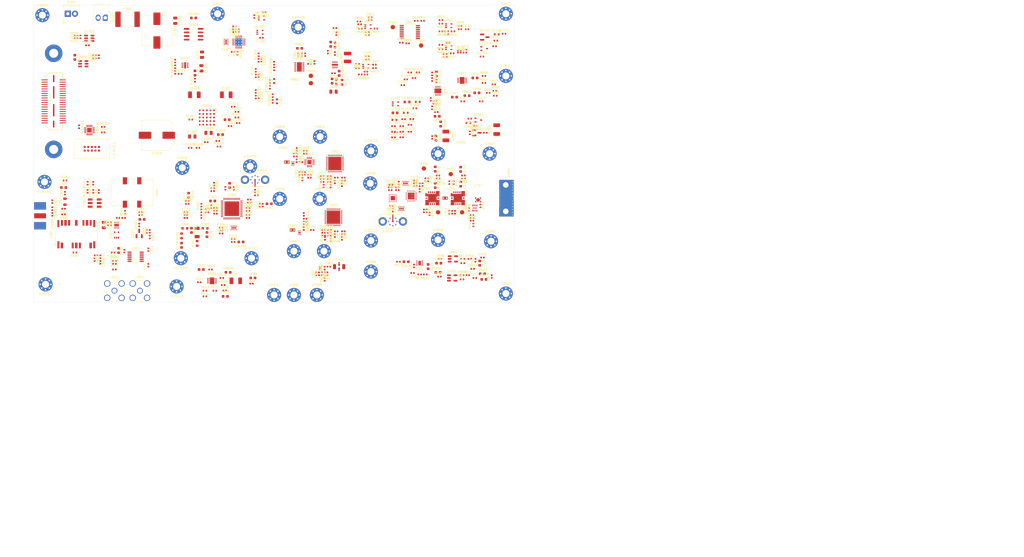
<source format=kicad_pcb>
(kicad_pcb (version 20211014) (generator pcbnew)
  (layers (0 "F.Cu" signal) (1 "In1.Cu" signal) (2 "In2.Cu" signal) (3 "In3.Cu" signal) (4 "In4.Cu" signal) (5 "In5.Cu" signal) (6 "In6.Cu" signal) (31 "B.Cu" signal) (34 "B.Paste" user) (35 "F.Paste" user) (36 "B.SilkS" user "B.Silkscreen") (37 "F.SilkS" user "F.Silkscreen") (38 "B.Mask" user) (39 "F.Mask" user) (44 "Edge.Cuts" user))
  (net 0 "")
  (net 1 "/fundamental_b/FUND_B_IN")
  (net 2 "Net-(AT401-Pad2)")
  (net 3 "GND")
  (net 4 "/highband/HIGHBAND_IN")
  (net 5 "Net-(AT501-Pad2)")
  (net 6 "Net-(AT701-Pad1)")
  (net 7 "Net-(AT701-Pad2)")
  (net 8 "Net-(C201-Pad2)")
  (net 9 "Net-(C202-Pad2)")
  (net 10 "Net-(C203-Pad2)")
  (net 11 "Net-(C204-Pad2)")
  (net 12 "Net-(C205-Pad2)")
  (net 13 "/refclk/PLL_OSC_P")
  (net 14 "Net-(C207-Pad2)")
  (net 15 "/refclk/PLL_OSC_N")
  (net 16 "Net-(C208-Pad2)")
  (net 17 "Net-(C209-Pad2)")
  (net 18 "Net-(C210-Pad2)")
  (net 19 "Net-(C213-Pad2)")
  (net 20 "Net-(C214-Pad2)")
  (net 21 "Net-(C215-Pad2)")
  (net 22 "Net-(C217-Pad2)")
  (net 23 "/PLL_VT_UNBUF")
  (net 24 "Net-(C219-Pad1)")
  (net 25 "Net-(C220-Pad1)")
  (net 26 "Net-(C221-Pad1)")
  (net 27 "/bypass/BYPASS_IN")
  (net 28 "Net-(C222-Pad1)")
  (net 29 "/fundamental_a/FUND_A_IN")
  (net 30 "Net-(C224-Pad2)")
  (net 31 "Net-(C225-Pad1)")
  (net 32 "Net-(C227-Pad2)")
  (net 33 "Net-(C228-Pad2)")
  (net 34 "Net-(C229-Pad1)")
  (net 35 "Net-(C301-Pad1)")
  (net 36 "/REF_IN")
  (net 37 "Net-(C302-Pad1)")
  (net 38 "Net-(C303-Pad2)")
  (net 39 "Net-(C304-Pad1)")
  (net 40 "Net-(C305-Pad1)")
  (net 41 "+5VA")
  (net 42 "Net-(C311-Pad1)")
  (net 43 "Net-(C314-Pad1)")
  (net 44 "Net-(C314-Pad2)")
  (net 45 "Net-(C315-Pad1)")
  (net 46 "Net-(C316-Pad2)")
  (net 47 "Net-(C317-Pad2)")
  (net 48 "Net-(C318-Pad1)")
  (net 49 "Net-(C401-Pad2)")
  (net 50 "Net-(C402-Pad2)")
  (net 51 "Net-(C403-Pad2)")
  (net 52 "Net-(C404-Pad1)")
  (net 53 "Net-(C404-Pad2)")
  (net 54 "Net-(C407-Pad2)")
  (net 55 "Net-(C411-Pad2)")
  (net 56 "Net-(C501-Pad2)")
  (net 57 "Net-(C503-Pad1)")
  (net 58 "Net-(C504-Pad1)")
  (net 59 "Net-(C504-Pad2)")
  (net 60 "/highband/active_bias/Vp")
  (net 61 "-5VA")
  (net 62 "Net-(C510-Pad2)")
  (net 63 "Net-(C511-Pad2)")
  (net 64 "Net-(C513-Pad2)")
  (net 65 "Net-(C516-Pad2)")
  (net 66 "+5V5")
  (net 67 "Net-(C602-Pad1)")
  (net 68 "-5V35")
  (net 69 "Net-(C605-Pad1)")
  (net 70 "Net-(C605-Pad2)")
  (net 71 "Net-(C610-Pad1)")
  (net 72 "Net-(C610-Pad2)")
  (net 73 "Net-(C613-Pad1)")
  (net 74 "Net-(C614-Pad1)")
  (net 75 "Net-(C615-Pad1)")
  (net 76 "Net-(C616-Pad1)")
  (net 77 "-3V3")
  (net 78 "+4V")
  (net 79 "Net-(C624-Pad1)")
  (net 80 "Net-(C626-Pad1)")
  (net 81 "Net-(C626-Pad2)")
  (net 82 "Net-(C628-Pad1)")
  (net 83 "Net-(C628-Pad2)")
  (net 84 "+15V")
  (net 85 "Net-(C633-Pad1)")
  (net 86 "Net-(C634-Pad1)")
  (net 87 "Net-(C635-Pad1)")
  (net 88 "Net-(C638-Pad1)")
  (net 89 "+3.3VP")
  (net 90 "+3.3VA")
  (net 91 "Net-(C644-Pad2)")
  (net 92 "Net-(C645-Pad2)")
  (net 93 "Net-(C646-Pad2)")
  (net 94 "Net-(C701-Pad2)")
  (net 95 "Net-(C702-Pad2)")
  (net 96 "Net-(C705-Pad2)")
  (net 97 "Net-(C707-Pad2)")
  (net 98 "Net-(C708-Pad2)")
  (net 99 "Net-(C711-Pad2)")
  (net 100 "Net-(C713-Pad2)")
  (net 101 "Net-(C715-Pad2)")
  (net 102 "Net-(C717-Pad2)")
  (net 103 "Net-(C718-Pad1)")
  (net 104 "/RF_POW")
  (net 105 "/rf_output/drain_sequencer1/Vd_sequenced")
  (net 106 "Net-(C801-Pad2)")
  (net 107 "/Vio_AUX")
  (net 108 "Net-(C817-Pad1)")
  (net 109 "Net-(C817-Pad2)")
  (net 110 "Net-(C818-Pad1)")
  (net 111 "Net-(C818-Pad2)")
  (net 112 "Net-(C819-Pad1)")
  (net 113 "Net-(C819-Pad2)")
  (net 114 "Net-(C820-Pad1)")
  (net 115 "Net-(C820-Pad2)")
  (net 116 "Net-(C901-Pad2)")
  (net 117 "Net-(C903-Pad2)")
  (net 118 "Net-(C904-Pad1)")
  (net 119 "Net-(C904-Pad2)")
  (net 120 "Net-(C1001-Pad1)")
  (net 121 "/bypass/BYPASS_OUT")
  (net 122 "/highband/active_bias/Vd")
  (net 123 "/highband/Vg2")
  (net 124 "Net-(C1210-Pad1)")
  (net 125 "/monitor/STG2_Vdet_DIV")
  (net 126 "/monitor/STG1_Vdet_DIV")
  (net 127 "Net-(C1305-Pad1)")
  (net 128 "Net-(C1308-Pad1)")
  (net 129 "VPP")
  (net 130 "+9V")
  (net 131 "Net-(C1504-Pad1)")
  (net 132 "Net-(C1505-Pad1)")
  (net 133 "Net-(Q1501-Pad7)")
  (net 134 "+3V3")
  (net 138 "Net-(D301-Pad1)")
  (net 139 "Net-(D1101-Pad1)")
  (net 140 "Net-(D1201-Pad2)")
  (net 141 "Net-(D1202-Pad2)")
  (net 142 "/monitor/M5V_MON")
  (net 143 "/monitor/M3V3_MON")
  (net 144 "Net-(D1503-Pad1)")
  (net 145 "Net-(D1901-Pad1)")
  (net 146 "Net-(F1501-Pad1)")
  (net 147 "Net-(FB301-Pad1)")
  (net 148 "Net-(FB706-Pad2)")
  (net 149 "Net-(FB709-Pad2)")
  (net 150 "/fundamental_a/FUND_A_OUT")
  (net 151 "Net-(J301-Pad1)")
  (net 152 "Net-(J302-Pad1)")
  (net 153 "/panel/RF_OUTPUT")
  (net 154 "Net-(K301-Pad11)")
  (net 155 "Net-(K301-Pad14)")
  (net 156 "Net-(K301-Pad1)")
  (net 157 "Net-(L601-Pad2)")
  (net 158 "Net-(Q1101-Pad1)")
  (net 159 "Net-(Q1101-Pad3)")
  (net 160 "Net-(Q1102-Pad1)")
  (net 161 "Net-(Q1102-Pad3)")
  (net 162 "Net-(Q1501-Pad1)")
  (net 163 "Net-(Q1501-Pad2)")
  (net 164 "Net-(Q1901-Pad1)")
  (net 165 "Net-(Q1901-Pad3)")
  (net 166 "Net-(Q1902-Pad1)")
  (net 167 "Net-(Q1902-Pad3)")
  (net 168 "/PLL_SYNC")
  (net 169 "Net-(R204-Pad2)")
  (net 170 "Net-(R205-Pad2)")
  (net 171 "/REF_EN")
  (net 172 "Net-(R305-Pad2)")
  (net 173 "Net-(R307-Pad2)")
  (net 174 "/REFSW_SD2")
  (net 175 "/FUND_FILT_VCTL")
  (net 176 "/FUND_FILT_VT")
  (net 177 "/DOUBLER_FILT_VCTL")
  (net 178 "/DOUBLER_FILT_VT")
  (net 179 "/rf_power/3.3V_PLL_EN")
  (net 180 "Net-(R601-Pad2)")
  (net 181 "/rf_power/M3V3_EN")
  (net 182 "Net-(R605-Pad1)")
  (net 183 "/rf_power/15V_BIAS_EN")
  (net 184 "Net-(R616-Pad2)")
  (net 185 "Net-(R617-Pad2)")
  (net 186 "Net-(R621-Pad1)")
  (net 187 "Net-(R623-Pad2)")
  (net 188 "Net-(R625-Pad1)")
  (net 189 "/STG1_Vc")
  (net 190 "Net-(R701-Pad2)")
  (net 191 "/STG1_Vdet")
  (net 192 "Net-(R702-Pad2)")
  (net 193 "/STG2_Vc")
  (net 194 "Net-(R703-Pad2)")
  (net 195 "/STG2_Vdet")
  (net 196 "Net-(R704-Pad2)")
  (net 197 "Net-(R705-Pad1)")
  (net 198 "Net-(R706-Pad2)")
  (net 199 "Net-(R801-Pad1)")
  (net 200 "/rf_bias/DAC_REF_2P5V")
  (net 201 "Net-(R803-Pad1)")
  (net 202 "/rf_bias/VOUTA")
  (net 203 "Net-(R805-Pad1)")
  (net 204 "Net-(R807-Pad1)")
  (net 205 "Net-(R809-Pad1)")
  (net 206 "/rf_bias/VOUTB")
  (net 207 "Net-(R820-Pad1)")
  (net 208 "Net-(R821-Pad1)")
  (net 209 "/AMP_Vc_EN")
  (net 210 "Net-(R1205-Pad2)")
  (net 211 "Net-(R1206-Pad2)")
  (net 212 "Net-(R1207-Pad2)")
  (net 213 "/monitor/3V3_MON")
  (net 214 "Net-(R1314-Pad1)")
  (net 215 "Net-(R1501-Pad1)")
  (net 216 "Net-(R1503-Pad1)")
  (net 217 "Net-(R1505-Pad1)")
  (net 218 "Net-(R1506-Pad1)")
  (net 219 "Net-(R1508-Pad2)")
  (net 220 "Net-(R1509-Pad2)")
  (net 221 "Net-(R1510-Pad1)")
  (net 222 "/ctrl_power/PGOOD_SWITCHING")
  (net 223 "Net-(R1513-Pad1)")
  (net 224 "Net-(R1514-Pad1)")
  (net 225 "/ctrl_power/1V2EN")
  (net 226 "/ctrl_power/3V3EN")
  (net 227 "/ctrl_power/~{FPGA_RESET}")
  (net 228 "Net-(C312-Pad1)")
  (net 229 "Net-(TP701-Pad1)")
  (net 230 "Net-(TP702-Pad1)")
  (net 231 "Net-(TP703-Pad1)")
  (net 232 "Net-(TP704-Pad1)")
  (net 233 "Net-(TP801-Pad1)")
  (net 234 "Net-(TP802-Pad1)")
  (net 235 "Net-(TP803-Pad1)")
  (net 236 "Net-(TP804-Pad1)")
  (net 237 "Net-(U201-Pad12)")
  (net 238 "/PLL_CE")
  (net 239 "Net-(U201-Pad11)")
  (net 240 "/PLL_SCK")
  (net 241 "Net-(U201-Pad10)")
  (net 242 "/PLL_SDI")
  (net 243 "Net-(U201-Pad9)")
  (net 244 "/PLL_~{CS}")
  (net 245 "Net-(U201-Pad8)")
  (net 246 "/PLL_LD")
  (net 247 "Net-(U201-Pad7)")
  (net 248 "/PLL_MUX")
  (net 255 "/PLL_MUTE")
  (net 256 "/REF_SEL")
  (net 257 "Net-(U301-Pad4)")
  (net 258 "/RELAY_EN")
  (net 259 "/fundamental_b/FUND_B_OUT")
  (net 260 "Net-(U502-Pad10)")
  (net 261 "/highband/HIGHBAND_OUT")
  (net 263 "Net-(U701-Pad1)")
  (net 264 "/OUT_SW_V1")
  (net 265 "Net-(U701-Pad4)")
  (net 266 "/OUT_SW_V2")
  (net 273 "/OUT_SW_EN")
  (net 276 "Net-(U703-Pad11)")
  (net 277 "/ATT_SEROUT")
  (net 278 "Net-(U703-Pad10)")
  (net 279 "/ATT_SERIN")
  (net 280 "Net-(U703-Pad9)")
  (net 281 "/ATT_CLK")
  (net 282 "Net-(U703-Pad8)")
  (net 283 "Net-(U703-Pad7)")
  (net 284 "/ATT_LE")
  (net 285 "Net-(U704-Pad14)")
  (net 289 "Net-(U706-Pad5)")
  (net 290 "Net-(U707-Pad3)")
  (net 291 "/rf_bias/VOUTC")
  (net 292 "/rf_bias/VOUTD")
  (net 293 "/BIAS_DAC_~{CS}")
  (net 294 "/BIAS_DAC_SCK")
  (net 295 "/BIAS_DAC_SDI")
  (net 297 "/monitor/TEMP_A")
  (net 298 "/monitor/PLL_VT_BUF")
  (net 300 "Net-(U1303-Pad11)")
  (net 302 "Net-(U1303-Pad13)")
  (net 303 "Net-(U1303-Pad14)")
  (net 304 "Net-(U1303-Pad15)")
  (net 305 "/TLM_ADC_SCLK")
  (net 306 "/TLM_ADC_DIN")
  (net 307 "/TLM_ADC_DOUT")
  (net 308 "/TLM_ADC_~{CS}")
  (net 317 "Net-(D1503-Pad2)")
  (net 318 "/refclk/CLK_P")
  (net 319 "Net-(C313-Pad1)")
  (net 320 "/refclk/CLK_N")
  (net 321 "Net-(C1002-Pad1)")
  (net 322 "Net-(R309-Pad1)")
  (net 323 "Net-(R310-Pad2)")
  (net 324 "Net-(R311-Pad2)")
  (net 325 "/digital_control/R_GA")
  (net 326 "/digital_control/SCL")
  (net 333 "/digital_control/pMCU/pMCU_~{RST}")
  (net 335 "/digital_control/SDA")
  (net 339 "/digital_control/pMCU/pMCU_MISO")
  (net 340 "+5VP")
  (net 342 "/CLK_P")
  (net 344 "/CLK_N")
  (footprint "Capacitor_SMD:C_0402_1005Metric" (layer "F.Cu") (at 196.23 120.25 180)
    (fp_text reference "C205")
    (fp_text value "1 uF")
  )
  (footprint "Capacitor_SMD:C_0402_1005Metric" (layer "F.Cu") (at 257.5 115 -90)
    (fp_text reference "C706")
    (fp_text value "1 uF")
  )
  (footprint "Package_TO_SOT_SMD:SOT-23" (layer "F.Cu") (at 157.25 132.25 90)
    (fp_text reference "Q301")
    (fp_text value "IRLML6401")
  )
  (footprint "Capacitor_SMD:C_0402_1005Metric" (layer "F.Cu") (at 255.29 57)
    (fp_text reference "C826")
    (fp_text value "100 pF")
  )
  (footprint "Capacitor_SMD:C_0603_1608Metric" (layer "F.Cu") (at 150 138.275 90)
    (fp_text reference "C319")
    (fp_text value "2.2 uF")
  )
  (footprint "Connector_Coaxial:SMA_Amphenol_132134-16_Vertical" (layer "F.Cu") (at 148.5 152.5)
    (fp_text reference "J302")
    (fp_text value "Conn_Coaxial")
  )
  (footprint "Capacitor_SMD:C_0805_2012Metric" (layer "F.Cu") (at 179.25 73.8 -90)
    (fp_text reference "C1509")
    (fp_text value "10 uF")
  )
  (footprint "Capacitor_SMD:C_0603_1608Metric" (layer "F.Cu") (at 183.25 120.75)
    (fp_text reference "C202")
    (fp_text value "4.7 uF")
  )
  (footprint "Capacitor_SMD:C_0402_1005Metric" (layer "F.Cu") (at 273.25 60)
    (fp_text reference "C815")
    (fp_text value "100 pF")
  )
  (footprint "Capacitor_SMD:C_0402_1005Metric" (layer "F.Cu") (at 190.48 68 180)
    (fp_text reference "C1307")
    (fp_text value "100 nF")
  )
  (footprint "Capacitor_SMD:C_0402_1005Metric" (layer "F.Cu") (at 192.5 60.48 90)
    (fp_text reference "C1308")
    (fp_text value "1 uF")
  )
  (footprint "gkl_conn:SYZYGY_standard_pod" (layer "F.Cu") (at 127 85.5 90)
    (fp_text reference "J1401")
    (fp_text value "SYZYGY-STD")
  )
  (footprint "Resistor_SMD:R_0402_1005Metric" (layer "F.Cu") (at 221.875 146.5 -90)
    (fp_text reference "R901")
    (fp_text value "1.9k")
  )
  (footprint "Capacitor_SMD:C_0402_1005Metric" (layer "F.Cu") (at 183.25 117.25)
    (fp_text reference "C217")
    (fp_text value "1 uF")
  )
  (footprint "Capacitor_SMD:C_0402_1005Metric" (layer "F.Cu") (at 157.75 125.75)
    (fp_text reference "C306")
    (fp_text value "100 nF")
  )
  (footprint "Package_DFN_QFN:DFN-8-1EP_2x3mm_P0.5mm_EP0.61x2.2mm" (layer "F.Cu") (at 173.5 72.75)
    (fp_text reference "U1502")
    (fp_text value "LTC4365DDB")
  )
  (footprint "Capacitor_SMD:C_0402_1005Metric" (layer "F.Cu") (at 280.75 82.5)
    (fp_text reference "C605")
    (fp_text value "DNI")
  )
  (footprint "Resistor_SMD:R_0402_1005Metric" (layer "F.Cu") (at 271.75 142.75)
    (fp_text reference "R612")
    (fp_text value "21k")
  )
  (footprint "Capacitor_SMD:C_0402_1005Metric" (layer "F.Cu") (at 142.971 117.385 90)
    (fp_text reference "C312")
    (fp_text value "100 nF")
  )
  (footprint "Capacitor_SMD:C_0402_1005Metric" (layer "F.Cu") (at 255 115.5)
    (fp_text reference "C709")
    (fp_text value "100 nF")
  )
  (footprint "Resistor_SMD:R_0402_1005Metric" (layer "F.Cu") (at 274.24 91.62 180)
    (fp_text reference "R1901")
    (fp_text value "10k")
  )
  (footprint "Diode_SMD:D_SOD-523" (layer "F.Cu") (at 205 78.3 90)
    (fp_text reference "D1301")
    (fp_text value "BAS516")
  )
  (footprint "Resistor_SMD:R_0603_1608Metric" (layer "F.Cu") (at 177.75 135.75 90)
    (fp_text reference "R207")
    (fp_text value "68.1")
  )
  (footprint "Capacitor_SMD:C_0402_1005Metric" (layer "F.Cu") (at 229.52 132.5 180)
    (fp_text reference "C405")
    (fp_text value "10 nF")
  )
  (footprint "Capacitor_SMD:C_0402_1005Metric" (layer "F.Cu") (at 222.5 130.99)
    (fp_text reference "C407")
    (fp_text value "100 pF")
  )
  (footprint "Resistor_SMD:R_0402_1005Metric" (layer "F.Cu") (at 139.001 114.455 90)
    (fp_text reference "R311")
    (fp_text value "DNI")
  )
  (footprint "Resistor_SMD:R_0402_1005Metric" (layer "F.Cu") (at 185.5 101.5)
    (fp_text reference "R1514")
    (fp_text value "TBD")
  )
  (footprint "Package_DFN_QFN:QFN-16-1EP_3x3mm_P0.5mm_EP1.45x1.45mm" (layer "F.Cu") (at 217.5 107)
    (fp_text reference "U502")
    (fp_text value "XX1000-QT")
  )
  (footprint "Inductor_SMD:L_0603_1608Metric" (layer "F.Cu") (at 271 114.75 -90)
    (fp_text reference "FB709")
    (fp_text value "BLM18BB471SN1D")
  )
  (footprint "Resistor_SMD:R_0402_1005Metric" (layer "F.Cu") (at 238.02 61 180)
    (fp_text reference "R817")
    (fp_text value "33k")
  )
  (footprint "Capacitor_SMD:C_0603_1608Metric" (layer "F.Cu") (at 227.01 78.575 -90)
    (fp_text reference "C641")
    (fp_text value "2.2 uF")
  )
  (footprint "jtk_rf_footprints:LFCSP-40-1EP_6x6mm_P0.5mm_EP4.7x4.7mm" (layer "F.Cu") (at 226 126.49)
    (fp_text reference "U402")
    (fp_text value "ADMV8416")
  )
  (footprint "Inductor_SMD:L_0402_1005Metric" (layer "F.Cu") (at 213 102.5 -90)
    (fp_text reference "FB501")
    (fp_text value "BLM15GG471SZ1D")
  )
  (footprint "Capacitor_SMD:C_0402_1005Metric" (layer "F.Cu") (at 256.5 117 -90)
    (fp_text reference "C705")
    (fp_text value "100 nF")
  )
  (footprint "Capacitor_SMD:C_0402_1005Metric" (layer "F.Cu") (at 131 118 90)
    (fp_text reference "C305")
    (fp_text value "47 pF")
  )
  (footprint "Capacitor_SMD:C_0402_1005Metric" (layer "F.Cu") (at 275 126.74)
    (fp_text reference "C717")
    (fp_text value "100 nF")
  )
  (footprint "MountingHole:MountingHole_2.5mm_Pad_Via" (layer "F.Cu") (at 239.25 145.75)
    (fp_text reference "H2006")
    (fp_text value "2.5 mm")
  )
  (footprint "MountingHole:MountingHole_2.5mm_Pad_Via" (layer "F.Cu") (at 287 153.5)
    (fp_text reference "H2010")
    (fp_text value "2.5 mm")
  )
  (footprint "Resistor_SMD:R_0402_1005Metric" (layer "F.Cu") (at 148.5 145)
    (fp_text reference "R312")
    (fp_text value "1k")
  )
  (footprint "Capacitor_SMD:C_0603_1608Metric" (layer "F.Cu") (at 251.715 142.25 180)
    (fp_text reference "C616")
    (fp_text value "10 uF")
  )
  (footprint "Capacitor_SMD:C_0402_1005Metric" (layer "F.Cu") (at 268 124.75 90)
    (fp_text reference "C714")
    (fp_text value "1 uF")
  )
  (footprint "Resistor_SMD:R_0402_1005Metric" (layer "F.Cu") (at 148.51 143)
    (fp_text reference "R310")
    (fp_text value "DNI")
  )
  (footprint "Capacitor_SMD:C_0402_1005Metric" (layer "F.Cu") (at 222.5 132.99)
    (fp_text reference "C410")
    (fp_text value "1 uF")
  )
  (footprint "Resistor_SMD:R_0402_1005Metric" (layer "F.Cu") (at 266.52 64.75 180)
    (fp_text reference "R811")
    (fp_text value "10k")
  )
  (footprint "Resistor_SMD:R_0402_1005Metric" (layer "F.Cu") (at 246.5 122.5 180)
    (fp_text reference "R1001")
    (fp_text value "50")
  )
  (footprint "jtk_rf_footprints:TDFN6" (layer "F.Cu") (at 211.63 107.5 -90)
    (fp_text reference "U501")
    (fp_text value "MAAM-011101")
  )
  (footprint "Diode_SMD:D_0402_1005Metric" (layer "F.Cu") (at 130.5 123.5 180)
    (fp_text reference "D301")
    (fp_text value "TPD1E1B04")
  )
  (footprint "Capacitor_SMD:CP_Elec_10x12.5" (layer "F.Cu") (at 163.5 97.5 180)
    (fp_text reference "C1526")
    (fp_text value "DNI")
  )
  (footprint "Capacitor_SMD:C_0402_1005Metric" (layer "F.Cu") (at 272.5 67.25)
    (fp_text reference "C812")
    (fp_text value "100 nF")
  )
  (footprint "Capacitor_SMD:C_0402_1005Metric" (layer "F.Cu") (at 200.5 70.98 -90)
    (fp_text reference "C1309")
    (fp_text value "100 pF")
  )
  (footprint "Package_SO:SOIC-8_3.9x4.9mm_P1.27mm" (layer "F.Cu") (at 176.5 61.75)
    (fp_text reference "Q1501")
    (fp_text value "FDS6890A")
  )
  (footprint "Capacitor_SMD:C_0603_1608Metric" (layer "F.Cu") (at 186.02 97.26)
    (fp_text reference "C1510")
    (fp_text value "2.2 uF")
  )
  (footprint "Package_TO_SOT_SMD:SOT-23" (layer "F.Cu") (at 276.74 96.62)
    (fp_text reference "Q1902")
    (fp_text value "IRLML6401")
  )
  (footprint "Resistor_SMD:R_0402_1005Metric" (layer "F.Cu") (at 226.5 132.99 90)
    (fp_text reference "R401")
    (fp_text value "R_Small")
  )
  (footprint "MountingHole:MountingHole_2.5mm_Pad_Via" (layer "F.Cu") (at 197 141)
    (fp_text reference "H2021")
    (fp_text value "2.5 mm")
  )
  (footprint "Resistor_SMD:R_0402_1005Metric" (layer "F.Cu") (at 279.75 96.62)
    (fp_text reference "R1902")
    (fp_text value "0")
  )
  (footprint "MountingHole:MountingHole_2.5mm_Pad_Via" (layer "F.Cu") (at 239.25 103)
    (fp_text reference "H2023")
    (fp_text value "2.5 mm")
  )
  (footprint "jtk_rf_footprints:ATS2012" (layer "F.Cu") (at 265.5 119.75)
    (fp_text reference "AT701")
    (fp_text value "ATS2012")
  )
  (footprint "Capacitor_SMD:C_0402_1005Metric" (layer "F.Cu") (at 257.54 57)
    (fp_text reference "C827")
    (fp_text value "100 nF")
  )
  (footprint "MountingHole:MountingHole_2.5mm_Pad_Via" (layer "F.Cu") (at 213.51 59.25)
    (fp_text reference "H2029")
    (fp_text value "2.5 mm")
  )
  (footprint "Inductor_SMD:L_0603_1608Metric" (layer "F.Cu") (at 174.75 118.75 -90)
    (fp_text reference "FB206")
    (fp_text value "BLM18BB471SN1D")
  )
  (footprint "MountingHole:MountingHole_2.5mm_Pad_Via" (layer "F.Cu") (at 287 54.5)
    (fp_text reference "H2017")
    (fp_text value "2.5 mm")
  )
  (footprint "Resistor_SMD:R_0402_1005Metric" (layer "F.Cu") (at 237.5 76 180)
    (fp_text reference "R816")
    (fp_text value "33k")
  )
  (footprint "Inductor_SMD:L_0402_1005Metric" (layer "F.Cu") (at 222.875 148.5 90)
    (fp_text reference "FB901")
    (fp_text value "BLM15GG471SZ1D")
  )
  (footprint "jtk_rf_footprints:DFN-8-1EP_2x2mm_P0.5mm_EP0.25x1.6mm" (layer "F.Cu") (at 276 123.25 90)
    (fp_text reference "U708")
    (fp_text value "LTC5596")
  )
  (footprint "Capacitor_SMD:C_0603_1608Metric" (layer "F.Cu") (at 228.01 75.575 -90)
    (fp_text reference "C635")
    (fp_text value "220 nF")
  )
  (footprint "Package_TO_SOT_SMD:SOT-23-6" (layer "F.Cu") (at 139.6025 63.18)
    (fp_text reference "U1503")
    (fp_text value "LM3880MF-1AF")
  )
  (footprint "Resistor_SMD:R_0402_1005Metric" (layer "F.Cu") (at 191.84 91.2)
    (fp_text reference "R1511")
    (fp_text value "10k")
  )
  (footprint "Capacitor_SMD:C_0402_1005Metric" (layer "F.Cu") (at 214.5 107)
    (fp_text reference "C504")
    (fp_text value "10 nF")
  )
  (footprint "Package_SON:WSON-8-1EP_2x2mm_P0.5mm_EP0.9x1.6mm" (layer "F.Cu") (at 149.25 129.3 90)
    (fp_text reference "U302")
    (fp_text value "DRV8837C")
  )
  (footprint "Capacitor_SMD:C_0402_1005Metric" (layer "F.Cu") (at 191 61 180)
    (fp_text reference "C1306")
    (fp_text value "100 pF")
  )
  (footprint "Resistor_SMD:R_0402_1005Metric" (layer "F.Cu") (at 142.965 69.7 90)
    (fp_text reference "R607")
    (fp_text value "10k")
  )
  (footprint "Resistor_SMD:R_0402_1005Metric" (layer "F.Cu") (at 191.84 89.21)
    (fp_text reference "R1504")
    (fp_text value "DNI")
  )
  (footprint "Resistor_SMD:R_0402_1005Metric" (layer "F.Cu") (at 260.91 87.7875 -90)
    (fp_text reference "R628")
    (fp_text value "DNI")
  )
  (footprint "Inductor_SMD:L_0402_1005Metric" (layer "F.Cu") (at 215.5 130.515 -90)
    (fp_text reference "FB402")
    (fp_text value "BLM15GG471SZ1D")
  )
  (footprint "Resistor_SMD:R_0402_1005Metric" (layer "F.Cu") (at 279.25 79)
    (fp_text reference "R602")
    (fp_text value "R_Small")
  )
  (footprint "MountingHole:MountingHole_2.5mm_Pad_Via" (layer "F.Cu") (at 212 138.5)
    (fp_text reference "H2004")
    (fp_text value "2.5 mm")
  )
  (footprint "Capacitor_SMD:C_0402_1005Metric" (layer "F.Cu") (at 252.25 65)
    (fp_text reference "C825")
    (fp_text value "100 nF")
  )
  (footprint "Capacitor_SMD:C_0402_1005Metric" (layer "F.Cu") (at 157.77 124.75)
    (fp_text reference "C304")
    (fp_text value "100 pF")
  )
  (footprint "Resistor_SMD:R_0402_1005Metric" (layer "F.Cu") (at 264.03 56.75)
    (fp_text reference "R810")
    (fp_text value "10k")
  )
  (footprint "Inductor_SMD:L_0603_1608Metric" (layer "F.Cu") (at 130.5 116)
    (fp_text reference "L301")
    (fp_text value "110 nH")
  )
  (footprint "Resistor_SMD:R_0402_1005Metric" (layer "F.Cu") (at 248.99 142.25 180)
    (fp_text reference "R615")
    (fp_text value "0")
  )
  (footprint "Capacitor_SMD:C_0402_1005Metric" (layer "F.Cu") (at 248.6 115.91)
    (fp_text reference "C704")
    (fp_text value "1 uF")
  )
  (footprint "Capacitor_SMD:C_0402_1005Metric" (layer "F.Cu") (at 222 112)
    (fp_text reference "C513")
    (fp_text value "100 pF")
  )
  (footprint "Capacitor_SMD:C_0603_1608Metric" (layer "F.Cu") (at 262.25 98.5625 -90)
    (fp_text reference "C640")
    (fp_text value "10 uF")
  )
  (footprint "Capacitor_SMD:C_0402_1005Metric" (layer "F.Cu") (at 213.51 68.953 90)
    (fp_text reference "C803")
    (fp_text value "4.7 uF")
  )
  (footprint "Resistor_SMD:R_0402_1005Metric" (layer "F.Cu") (at 198.5 82 -90)
    (fp_text reference "R1302")
    (fp_text value "47k")
  )
  (footprint "Resistor_SMD:R_0402_1005Metric" (layer "F.Cu") (at 226.5 114 90)
    (fp_text reference "R503")
    (fp_text value "R_Small")
  )
  (footprint "Resistor_SMD:R_0402_1005Metric" (layer "F.Cu") (at 151.75 126.75)
    (fp_text reference "R306")
    (fp_text value "100")
  )
  (footprint "MountingHole:MountingHole_2.5mm_Pad_Via" (layer "F.Cu") (at 172.5 109)
    (fp_text reference "H2016")
    (fp_text value "2.5 mm")
  )
  (footprint "vna_mm:LGA-24_EP_4x4_Pitch0.5mm" (layer "F.Cu") (at 253.5 119)
    (fp_text reference "U704")
    (fp_text value "ADRF5730")
  )
  (footprint "Package_TO_SOT_SMD:SOT-353_SC-70-5" (layer "F.Cu") (at 266.77 66.5)
    (fp_text reference "U804")
    (fp_text value "TLV9151IDCKR")
  )
  (footprint "Capacitor_SMD:C_0402_1005Metric" (layer "F.Cu") (at 216.02 103)
    (fp_text reference "C508")
    (fp_text value "1 uF")
  )
  (footprint "Resistor_SMD:R_0402_1005Metric" (layer "F.Cu") (at 252.99 75.27)
    (fp_text reference "R1208")
    (fp_text value "1k")
  )
  (footprint "Capacitor_SMD:C_0402_1005Metric" (layer "F.Cu") (at 273.5 147)
    (fp_text reference "C644")
    (fp_text value "DNI")
  )
  (footprint "Resistor_SMD:R_0402_1005Metric" (layer "F.Cu") (at 271.5 147)
    (fp_text reference "R609")
    (fp_text value "68k")
  )
  (footprint "Resistor_SMD:R_0402_1005Metric" (layer "F.Cu") (at 161 133.5 -90)
    (fp_text reference "R302")
    (fp_text value "10k")
  )
  (footprint "Capacitor_SMD:C_0402_1005Metric" (layer "F.Cu") (at 190.4825 135.25)
    (fp_text reference "C216")
    (fp_text value "1 uF")
  )
  (footprint "Resistor_SMD:R_0402_1005Metric" (layer "F.Cu") (at 266.03 60.75 180)
    (fp_text reference "R814")
    (fp_text value "10k")
  )
  (footprint "Capacitor_SMD:C_0402_1005Metric" (layer "F.Cu") (at 267 124.75 90)
    (fp_text reference "C713")
    (fp_text value "100 nF")
  )
  (footprint "Capacitor_SMD:C_0402_1005Metric" (layer "F.Cu") (at 174.27 121.75)
    (fp_text reference "C228")
    (fp_text value "1 uF")
  )
  (footprint "Capacitor_SMD:C_0402_1005Metric" (layer "F.Cu") (at 146.25 128.82 90)
    (fp_text reference "C309")
    (fp_text value "100 nF")
  )
  (footprint "MountingHole:MountingHole_2.5mm_Pad_Via" (layer "F.Cu") (at 221.25 98)
    (fp_text reference "H2014")
    (fp_text value "2.5 mm")
  )
  (footprint "Resistor_SMD:R_0402_1005Metric" (layer "F.Cu") (at 175.28 101.93)
    (fp_text reference "R1508")
    (fp_text value "DNI")
  )
  (footprint "Capacitor_SMD:C_0402_1005Metric" (layer "F.Cu") (at 246.1 116.91)
    (fp_text reference "C703")
    (fp_text value "1 uF")
  )
  (footprint "Inductor_SMD:L_0402_1005Metric" (layer "F.Cu") (at 222.5 115.5 90)
    (fp_text reference "FB504")
    (fp_text value "BLM15GG471SZ1D")
  )
  (footprint "Package_SON:WSON-8-1EP_2x2mm_P0.5mm_EP0.9x1.6mm" (layer "F.Cu") (at 256.49 142.75 180)
    (fp_text reference "U603")
    (fp_text value "LM27761")
  )
  (footprint "Capacitor_SMD:C_0402_1005Metric" (layer "F.Cu") (at 270.52 67.5)
    (fp_text reference "C814")
    (fp_text value "100 nF")
  )
  (footprint "Resistor_SMD:R_0402_1005Metric" (layer "F.Cu") (at 268.5 114.26 -90)
    (fp_text reference "R704")
    (fp_text value "1k")
  )
  (footprint "Capacitor_SMD:C_0402_1005Metric" (layer "F.Cu") (at 173.77 124.75)
    (fp_text reference "C224")
    (fp_text value "1 uF")
  )
  (footprint "MountingHole:MountingHole_2.5mm_Pad_Via" (layer "F.Cu") (at 123 55)
    (fp_text reference "H2019")
    (fp_text value "2.5 mm")
  )
  (footprint "Resistor_SMD:R_0402_1005Metric" (layer "F.Cu") (at 198 55.5 -90)
    (fp_text reference "R1301")
    (fp_text value "47k")
  )
  (footprint "Capacitor_SMD:C_0603_1608Metric" (layer "F.Cu") (at 189.25 115.25 -90)
    (fp_text reference "C215")
    (fp_text value "10 uF")
  )
  (footprint "Inductor_SMD:L_0603_1608Metric" (layer "F.Cu") (at 188.7125 146)
    (fp_text reference "FB605")
    (fp_text value "BLM18EG101TN1D")
  )
  (footprint "Resistor_SMD:R_0402_1005Metric" (layer "F.Cu") (at 259.5 113.25 -90)
    (fp_text reference "R702")
    (fp_text value "1k")
  )
  (footprint "Resistor_SMD:R_0402_1005Metric" (layer "F.Cu") (at 198.5 83.99 -90)
    (fp_text reference "R1303")
    (fp_text value "47k")
  )
  (footprint "jtk_rf_footprints:sw_edge_oshpark_4layer" (layer "F.Cu") (at 289.75 119.75 -90)
    (fp_text reference "J2004")
    (fp_text value "Conn_Coaxial")
  )
  (footprint "Capacitor_SMD:C_0603_1608Metric" (layer "F.Cu") (at 175.75 131.15 -90)
    (fp_text reference "C225")
    (fp_text value "470 pF")
  )
  (footprint "Capacitor_Tantalum_SMD:CP_EIA-3528-15_AVX-H" (layer "F.Cu") (at 265.75 97.75 -90)
    (fp_text reference "C648")
    (fp_text value "47 uF")
  )
  (footprint "Package_TO_SOT_SMD:SOT-353_SC-70-5" (layer "F.Cu") (at 200.5 56)
    (fp_text reference "U1302")
    (fp_text value "TLV9151IDCKR")
  )
  (footprint "Resistor_SMD:R_0402_1005Metric" (layer "F.Cu") (at 264.01 58 180)
    (fp_text reference "R803")
    (fp_text value "33k")
  )
  (footprint "Inductor_SMD:L_0603_1608Metric" (layer "F.Cu") (at 203.25 121.75 180)
    (fp_text reference "FB202")
    (fp_text value "BLM18BB471SN1D")
  )
  (footprint "Capacitor_SMD:C_0402_1005Metric" (layer "F.Cu") (at 190.4825 134.25)
    (fp_text reference "C214")
    (fp_text value "100 nF")
  )
  (footprint "Connector_Coaxial:SMA_Amphenol_132134-16_Vertical" (layer "F.Cu") (at 157.5 152.5)
    (fp_text reference "J301")
    (fp_text value "Conn_Coaxial")
  )
  (footprint "Resistor_SMD:R_0402_1005Metric" (layer "F.Cu") (at 170 71.25 90)
    (fp_text reference "R1507")
    (fp_text value "240k")
  )
  (footprint "Capacitor_SMD:C_0402_1005Metric" (layer "F.Cu") (at 199.5 76.48 -90)
    (fp_text reference "C1304")
    (fp_text value "100 pF")
  )
  (footprint "Capacitor_SMD:C_0805_2012Metric" (layer "F.Cu") (at 181.79 96.65)
    (fp_text reference "C1506")
    (fp_text value "10 uF")
  )
  (footprint "Capacitor_SMD:C_0402_1005Metric" (layer "F.Cu") (at 183.27 116.25)
    (fp_text reference "C223")
    (fp_text value "100 nF")
  )
  (footprint "Inductor_SMD:L_0603_1608Metric" (layer "F.Cu") (at 263.93 93.5 -90)
    (fp_text reference "FB606")
    (fp_text value "BLM18EG101TN1D")
  )
  (footprint "jtk_rf_footprints:MACOM_LGA9" (layer "F.Cu") (at 261 119.75)
    (fp_text reference "U705")
    (fp_text value "MAAM-011109")
  )
  (footprint "TestPoint:TestPoint_Pad_D1.5mm" (layer "F.Cu") (at 267.5 111.25)
    (fp_text reference "TP704")
    (fp_text value "Bc2")
  )
  (footprint "Inductor_SMD:L_0603_1608Metric" (layer "F.Cu") (at 214.01 66.723)
    (fp_text reference "FB801")
    (fp_text value "BLM18BB471SN1D")
  )
  (footprint "Capacitor_SMD:C_0402_1005Metric" (layer "F.Cu") (at 198.25 117.25 -90)
    (fp_text reference "C1002")
    (fp_text value "10 nF")
  )
  (footprint "Capacitor_SMD:C_0402_1005Metric" (layer "F.Cu") (at 216 128.015 180)
    (fp_text reference "C406")
    (fp_text value "10 nF")
  )
  (footprint "Resistor_SMD:R_0402_1005Metric" (layer "F.Cu") (at 260.91 75.7775 -90)
    (fp_text reference "R617")
    (fp_text value "R_Small")
  )
  (footprint "Capacitor_SMD:C_0402_1005Metric" (layer "F.Cu") (at 142 140 180)
    (fp_text reference "C314")
    (fp_text value "10 nF")
  )
  (footprint "Inductor_SMD:L_0402_1005Metric" (layer "F.Cu") (at 260 125.25 -90)
    (fp_text reference "FB705")
    (fp_text value "BLM15GG471SZ1D")
  )
  (footprint "Resistor_SMD:R_0402_1005Metric" (layer "F.Cu") (at 258.5 113.26 -90)
    (fp_text reference "R701")
    (fp_text value "1k")
  )
  (footprint "Oscillator:Oscillator_SMD_Abracon_ABLNO" (layer "F.Cu") (at 154.75 117.75 -90)
    (fp_text reference "X301")
    (fp_text value "ABLNO-100.000MHZ")
  )
  (footprint "Resistor_SMD:R_0402_1005Metric" (layer "F.Cu") (at 229 133.99 90)
    (fp_text reference "R402")
    (fp_text value "R_Small")
  )
  (footprint "Capacitor_SMD:C_0402_1005Metric" (layer "F.Cu") (at 262.98 112.75 180)
    (fp_text reference "C712")
    (fp_text value "100 nF")
  )
  (footprint "Inductor_SMD:L_0603_1608Metric" (layer "F.Cu") (at 176.5 56)
    (fp_text reference "FB1502")
    (fp_text value "BLM18SP101SN1D")
  )
  (footprint "vna_mm:SF2921-61345" (layer "F.Cu") (at 247 128)
    (fp_text reference "J1002")
    (fp_text value "Conn_Coaxial")
  )
  (footprint "Capacitor_SMD:C_0603_1608Metric" (layer "F.Cu") (at 276.055 77.22)
    (fp_text reference "C601")
    (fp_text value "10 uF")
  )
  (footprint "snapeda:TAG-CONNECT_TC2050-IDC-NL" (layer "F.Cu") (at 143.04 101.64475 -90)
    (fp_text reference "J1601")
    (fp_text value "TC2050-IDC-NL")
  )
  (footprint "Filter:Filter_Mini-Circuits_FV1206" (layer "F.Cu") (at 228 144)
    (fp_text reference "FL901")
    (fp_text value "LFCN-6700")
  )
  (footprint "Resistor_SMD:R_0402_1005Metric" (layer "F.Cu") (at 229 115 90)
    (fp_text reference "R504")
    (fp_text value "R_Small")
  )
  (footprint "Resistor_SMD:R_0402_1005Metric" (layer "F.Cu") (at 198.5 76.49 -90)
    (fp_text reference "R1305")
    (fp_text value "47k")
  )
  (footprint "Capacitor_SMD:C_0402_1005Metric" (layer "F.Cu") (at 270.54 68.25)
    (fp_text reference "C813")
    (fp_text value "100 pF")
  )
  (footprint "Inductor_SMD:L_0402_1005Metric" (layer "F.Cu") (at 275.25 144.75)
    (fp_text reference "FB603")
    (fp_text value "BLM15AG102SZ1D")
  )
  (footprint "Capacitor_SMD:C_0402_1005Metric" (layer "F.Cu") (at 282 147.5 90)
    (fp_text reference "C619")
    (fp_text value "1 uF")
  )
  (footprint "Capacitor_SMD:CP_Elec_10x12.5" (layer "F.Cu") (at 163.52 60.47 -90)
    (fp_text reference "C1501")
    (fp_text value "330 uF")
  )
  (footprint "Inductor_SMD:L_0402_1005Metric" (layer "F.Cu") (at 222.875 144.5 90)
    (fp_text reference "FB902")
    (fp_text value "BLM15GG471SZ1D")
  )
  (footprint "Resistor_SMD:R_0402_1005Metric" (layer "F.Cu") (at 141.965 69.69 90)
    (fp_text reference "R604")
    (fp_text value "10k")
  )
  (footprint "Capacitor_SMD:C_0402_1005Metric" (layer "F.Cu") (at 216 129.015 180)
    (fp_text reference "C408")
    (fp_text value "100 pF")
  )
  (footprint "Resistor_SMD:R_0402_1005Metric" (layer "F.Cu") (at 283 66)
    (fp_text reference "R1104")
    (fp_text value "10k")
  )
  (footprint "Package_DFN_QFN:DFN-8-1EP_3x3mm_P0.5mm_EP1.66x2.38mm" (layer "F.Cu") (at 271.525 78.09)
    (fp_text reference "U601")
    (fp_text value "ADM7171ACPZ-5.0-R7")
  )
  (footprint "Resistor_SMD:R_0402_1005Metric" (layer "F.Cu") (at 204.5 85.51 90)
    (fp_text reference "R1313")
    (fp_text value "100k")
  )
  (footprint "Capacitor_SMD:C_0402_1005Metric" (layer "F.Cu") (at 199.9625 122.25 90)
    (fp_text reference "C212")
    (fp_text value "1 uF")
  )
  (footprint "Resistor_SMD:R_0402_1005Metric" (layer "F.Cu") (at 178.03 101.93)
    (fp_text reference "R1509")
    (fp_text value "DNI")
  )
  (footprint "Capacitor_SMD:C_0402_1005Metric" (layer "F.Cu") (at 224.375 144)
    (fp_text reference "C904")
    (fp_text value "10 nF")
  )
  (footprint "TestPoint:TestPoint_Pad_D1.5mm" (layer "F.Cu") (at 218.01 79.075)
    (fp_text reference "TP802")
    (fp_text value "TestPoint")
  )
  (footprint "Capacitor_SMD:C_0402_1005Metric" (layer "F.Cu") (at 190.75 116.27 -90)
    (fp_text reference "C201")
    (fp_text value "1 uF")
  )
  (footprint "Resistor_SMD:R_0402_1005Metric" (layer "F.Cu") (at 226.51 68.575 -90)
    (fp_text reference "R620")
    (fp_text value "DNI")
  )
  (footprint "Capacitor_SMD:C_0402_1005Metric" (layer "F.Cu") (at 144.5 94.53)
    (fp_text reference "C1602")
    (fp_text value "1 uF")
  )
  (footprint "Resistor_SMD:R_0402_1005Metric" (layer "F.Cu") (at 192 68.5 -90)
    (fp_text reference "R1314")
    (fp_text value "47k")
  )
  (footprint "Capacitor_SMD:C_0603_1608Metric" (layer "F.Cu") (at 172.25 136.425 90)
    (fp_text reference "C218")
    (fp_text value "100 nF")
  )
  (footprint "MountingHole:MountingHole_2.5mm_Pad_Via" (layer "F.Cu") (at 185 54.5)
    (fp_text reference "H2012")
    (fp_text value "2.5 mm")
  )
  (footprint "vna_mm:BGA-25_5x5_6.35x6.35mm" (layer "F.Cu") (at 181.2 91.22)
    (fp_text reference "U1501")
    (fp_text value "LTM4622A")
  )
  (footprint "Inductor_SMD:L_0402_1005Metric" (layer "F.Cu") (at 256.5 115 90)
    (fp_text reference "FB703")
    (fp_text value "BLM15GG471SZ1D")
  )
  (footprint "Resistor_SMD:R_0402_1005Metric" (layer "F.Cu") (at 134.5 139 180)
    (fp_text reference "R307")
    (fp_text value "DNI")
  )
  (footprint "Diode_SMD:D_SOD-523" (layer "F.Cu") (at 251.57 89.54)
    (fp_text reference "D1203")
    (fp_text value "BAS516")
  )
  (footprint "Package_TO_SOT_SMD:SOT-323_SC-70" (layer "F.Cu") (at 277.24 92.12)
    (fp_text reference "Q1901")
    (fp_text value "BC848W")
  )
  (footprint "Capacitor_SMD:C_0402_1005Metric" (layer "F.Cu") (at 186.235 130.25)
    (fp_text reference "C204")
    (fp_text value "DNP")
  )
  (footprint "Package_DFN_QFN:DFN-8-1EP_3x3mm_P0.5mm_EP1.66x2.38mm" (layer "F.Cu") (at 183 149)
    (fp_text reference "U606")
    (fp_text value "ADM7171ACPZ-R7")
  )
  (footprint "Resistor_SMD:R_0402_1005Metric" (layer "F.Cu") (at 170 73.25 90)
    (fp_text reference "R1506")
    (fp_text value "60k")
  )
  (footprint "Capacitor_SMD:C_0402_1005Metric" (layer "F.Cu") (at 184.25 125.25)
    (fp_text reference "C211")
    (fp_text value "1 uF")
  )
  (footprint "Resistor_SMD:R_0402_1005Metric" (layer "F.Cu") (at 271.75 141.25)
    (fp_text reference "R611")
    (fp_text value "68k")
  )
  (footprint "Inductor_SMD:L_0603_1608Metric" (layer "F.Cu") (at 273.25 83.5)
    (fp_text reference "FB601")
    (fp_text value "BLM18EG101TN1D")
  )
  (footprint "Resistor_SMD:R_0603_1608Metric" (layer "F.Cu") (at 172.25 133.1 90)
    (fp_text reference "R205")
    (fp_text value "47k")
  )
  (footprint "Capacitor_SMD:C_0402_1005Metric" (layer "F.Cu") (at 197 150)
    (fp_text reference "C642")
    (fp_text value "1 uF")
  )
  (footprint "Capacitor_SMD:C_0402_1005Metric" (layer "F.Cu") (at 184.25 124.25)
    (fp_text reference "C209")
    (fp_text value "10 nF")
  )
  (footprint "Capacitor_SMD:C_0402_1005Metric" (layer "F.Cu") (at 238.01 62)
    (fp_text reference "C820")
    (fp_text value "10 pF")
  )
  (footprint "Capacitor_SMD:C_0402_1005Metric" (layer "F.Cu") (at 192.28 93.18)
    (fp_text reference "C1504")
    (fp_text value "100 nF")
  )
  (footprint "Capacitor_SMD:C_0402_1005Metric" (layer "F.Cu") (at 253 96.25)
    (fp_text reference "C1209")
    (fp_text value "100 nF")
  )
  (footprint "Resistor_SMD:R_0402_1005Metric" (layer "F.Cu") (at 131 113.5)
    (fp_text reference "R304")
    (fp_text value "DNI")
  )
  (footprint "Capacitor_SMD:C_0402_1005Metric" (layer "F.Cu") (at 223.395 146 180)
    (fp_text reference "C905")
    (fp_text value "10 nF")
  )
  (footprint "Capacitor_SMD:C_0402_1005Metric" (layer "F.Cu") (at 255 114.5)
    (fp_text reference "C707")
    (fp_text value "1 uF")
  )
  (footprint "Capacitor_SMD:C_0402_1005Metric" (layer "F.Cu") (at 149.77 126.75 180)
    (fp_text reference "C311")
    (fp_text value "10 nF")
  )
  (footprint "Capacitor_SMD:C_0402_1005Metric" (layer "F.Cu") (at 224.5 114)
    (fp_text reference "C516")
    (fp_text value "1 uF")
  )
  (footprint "Capacitor_SMD:C_0402_1005Metric" (layer "F.Cu") (at 238.99 56.75)
    (fp_text reference "C822")
    (fp_text value "100 nF")
  )
  (footprint "MountingHole:MountingHole_2.5mm_Pad_Via" (layer "F.Cu") (at 281.75 135)
    (fp_text reference "H2007")
    (fp_text value "2.5 mm")
  )
  (footprint "Inductor_SMD:L_0402_1005Metric" (layer "F.Cu") (at 223 133.975 90)
    (fp_text reference "FB404")
    (fp_text value "BLM15GG471SZ1D")
  )
  (footprint "Package_SO:MSOP-12_3x4mm_P0.65mm" (layer "F.Cu") (at 156 140.5)
    (fp_text reference "U303")
    (fp_text value "LTC6957xMS-2")
  )
  (footprint "Package_TO_SOT_SMD:SOT-353_SC-70-5" (layer "F.Cu") (at 238.21 59.1)
    (fp_text reference "U806")
    (fp_text value "TLV9151IDCKR")
  )
  (footprint "Resistor_SMD:R_0402_1005Metric" (layer "F.Cu") (at 274 123.75 90)
    (fp_text reference "R706")
    (fp_text value "10k")
  )
  (footprint "Capacitor_SMD:C_0402_1005Metric" (layer "F.Cu") (at 181.25 124.75)
    (fp_text reference "C208")
    (fp_text value "10 nF")
  )
  (footprint "MountingHole:MountingHole_2.5mm_Pad_Via" (layer "F.Cu") (at 239.25 134.75)
    (fp_text reference "H2022")
    (fp_text value "2.5 mm")
  )
  (footprint "Capacitor_SMD:C_0402_1005Metric" (layer "F.Cu") (at 195.73 124.25)
    (fp_text reference "C222")
    (fp_text value "10 nF")
  )
  (footprint "Resistor_SMD:R_0402_1005Metric" (layer "F.Cu") (at 258.5 146.75 180)
    (fp_text reference "R613")
    (fp_text value "TBD")
  )
  (footprint "Capacitor_SMD:C_0603_1608Metric" (layer "F.Cu") (at 179.205 145)
    (fp_text reference "C622")
    (fp_text value "10 uF")
  )
  (footprint "Capacitor_SMD:C_0402_1005Metric" (layer "F.Cu") (at 196.23 121.25 180)
    (fp_text reference "C203")
    (fp_text value "1 uF")
  )
  (footprint "Resistor_SMD:R_0603_1608Metric" (layer "F.Cu") (at 229.01 78.75 -90)
    (fp_text reference "R624")
    (fp_text value "0")
  )
  (footprint "Resistor_SMD:R_0402_1005Metric" (layer "F.Cu") (at 260.91 77.7875 -90)
    (fp_text reference "R619")
    (fp_text value "R_Small")
  )
  (footprint "Resistor_SMD:R_0402_1005Metric" (layer "F.Cu") (at 148.5 142)
    (fp_text reference "R309")
    (fp_text value "DNI")
  )
  (footprint "Capacitor_SMD:C_0402_1005Metric" (layer "F.Cu") (at 248.16 96.54)
    (fp_text reference "C1208")
    (fp_text value "100 pF")
  )
  (footprint "Resistor_SMD:R_0402_1005Metric" (layer "F.Cu") (at 179.25 124.25 -90)
    (fp_text reference "R209")
    (fp_text value "100")
  )
  (footprint "Capacitor_SMD:C_0805_2012Metric" (layer "F.Cu") (at 226.01 82.075)
    (fp_text reference "C630")
    (fp_text value "10 uF")
  )
  (footprint "jtk_rf_footprints:SMA_Cinch_142-0711-821_EdgeMount" (layer "F.Cu") (at 122.5 126 180)
    (fp_text reference "J2003")
    (fp_text value "Conn_Coaxial")
  )
  (footprint "Package_TO_SOT_SMD:SOT-23-5" (layer "F.Cu") (at 268.25 141.25)
    (fp_text reference "U605")
    (fp_text value "TPS72301DB")
  )
  (footprint "Resistor_SMD:R_0402_1005Metric" (layer "F.Cu") (at 179.25 122.25 90)
    (fp_text reference "R201")
    (fp_text value "DNI")
  )
  (footprint "Capacitor_SMD:C_0402_1005Metric" (layer "F.Cu") (at 247 124 90)
    (fp_text reference "C1001")
    (fp_text value "10 nF")
  )
  (footprint "Capacitor_SMD:C_0402_1005Metric" (layer "F.Cu") (at 187.52 152.44)
    (fp_text reference "C626")
    (fp_text value "DNI")
  )
  (footprint "Resistor_SMD:R_0402_1005Metric" (layer "F.Cu") (at 171.74 75.75)
    (fp_text reference "R1510")
    (fp_text value "100k")
  )
  (footprint "Capacitor_SMD:C_0402_1005Metric" (layer "F.Cu") (at 222 114)
    (fp_text reference "C515")
    (fp_text value "1 uF")
  )
  (footprint "Capacitor_SMD:C_0402_1005Metric" (layer "F.Cu") (at 173.77 125.75)
    (fp_text reference "C226")
    (fp_text value "100 nF")
  )
  (footprint "Diode_SMD:D_SOD-523" (layer "F.Cu") (at 206 85.5 -90)
    (fp_text reference "D1302")
    (fp_text value "BAS516")
  )
  (footprint "Resistor_SMD:R_0402_1005Metric" (layer "F.Cu") (at 235.27 58.25 180)
    (fp_text reference "R809")
    (fp_text value "4.7k")
  )
  (footprint "Capacitor_SMD:C_0402_1005Metric" (layer "F.Cu") (at 152 138.5 90)
    (fp_text reference "C318")
    (fp_text value "100 nF")
  )
  (footprint "Capacitor_SMD:C_0402_1005Metric" (layer "F.Cu") (at 278.25 85.5)
    (fp_text reference "C612")
    (fp_text value "1 uF")
  )
  (footprint "Inductor_SMD:L_0402_1005Metric" (layer "F.Cu") (at 191.015 59 180)
    (fp_text reference "FB1301")
    (fp_text value "BLM15GG471SZ1D")
  )
  (footprint "Capacitor_SMD:C_0402_1005Metric" (layer "F.Cu") (at 270.77 60)
    (fp_text reference "C810")
    (fp_text value "100 nF")
  )
  (footprint "Package_TO_SOT_SMD:SOT-353_SC-70-5" (layer "F.Cu") (at 149.25 132.8 90)
    (fp_text reference "U301")
    (fp_text value "74AHC1G04")
  )
  (footprint "vna_mm:SF2921-61345" (layer "F.Cu") (at 198.25 113.25 180)
    (fp_text reference "J1001")
    (fp_text value "Conn_Coaxial")
  )
  (footprint "Capacitor_SMD:C_0402_1005Metric" (layer "F.Cu") (at 224.5 132.99)
    (fp_text reference "C411")
    (fp_text value "1 uF")
  )
  (footprint "Inductor_SMD:L_0603_1608Metric" (layer "F.Cu") (at 262 115.25 -90)
    (fp_text reference "FB706")
    (fp_text value "BLM18BB471SN1D")
  )
  (footprint "Capacitor_SMD:C_0402_1005Metric" (layer "F.Cu") (at 200.5 63 180)
    (fp_text reference "C1301")
    (fp_text value "100 nF")
  )
  (footprint "Capacitor_SMD:C_0603_1608Metric" (layer "F.Cu") (at 276.75 82.5)
    (fp_text reference "C609")
    (fp_text value "10 uF")
  )
  (footprint "TestPoint:TestPoint_Pad_D1.5mm" (layer "F.Cu") (at 247 59.25)
    (fp_text reference "TP804")
    (fp_text value "TestPoint")
  )
  (footprint "Capacitor_SMD:C_0402_1005Metric" (layer "F.Cu") (at 216 104)
    (fp_text reference "C506")
    (fp_text value "10 nF")
  )
  (footprint "Resistor_SMD:R_0402_1005Metric" (layer "F.Cu") (at 279.25 76.5)
    (fp_text reference "R606")
    (fp_text value "DNI")
  )
  (footprint "Capacitor_SMD:C_0603_1608Metric" (layer "F.Cu") (at 263.25 142.75)
    (fp_text reference "C604")
    (fp_text value "10 uF")
  )
  (footprint "Package_DFN_QFN:Texas_S-PVQFN-N48_EP5.15x5.15mm" (layer "F.Cu") (at 190.01 123.47)
    (fp_text reference "U202")
    (fp_text value "LMX2820")
  )
  (footprint "Resistor_SMD:R_0402_1005Metric" (layer "F.Cu") (at 226.01 75.575 180)
    (fp_text reference "R623")
    (fp_text value "2.21M")
  )
  (footprint "Resistor_SMD:R_0402_1005Metric" (layer "F.Cu") (at 276.24 94.12 180)
    (fp_text reference "R1903")
    (fp_text value "10k")
  )
  (footprint "Resistor_SMD:R_0402_1005Metric" (layer "F.Cu") (at 134.465 62.7 90)
    (fp_text reference "R1518")
    (fp_text value "10k")
  )
  (footprint "Resistor_SMD:R_0402_1005Metric" (layer "F.Cu") (at 283.25 83.5)
    (fp_text reference "R605")
    (fp_text value "0")
  )
  (footprint "Capacitor_SMD:C_0402_1005Metric" (layer "F.Cu") (at 222.5 131.99)
    (fp_text reference "C409")
    (fp_text value "10 nF")
  )
  (footprint "Capacitor_SMD:C_0402_1005Metric" (layer "F.Cu") (at 217.5 112.5)
    (fp_text reference "C507")
    (fp_text value "100 nF")
  )
  (footprint "Resistor_SMD:R_0402_1005Metric" (layer "F.Cu") (at 175.53 91.93)
    (fp_text reference "R1501")
    (fp_text value "10k")
  )
  (footprint "Capacitor_SMD:C_0402_1005Metric" (layer "F.Cu") (at 271.98 111.75 180)
    (fp_text reference "C715")
    (fp_text value "1 uF")
  )
  (footprint "TestPoint:TestPoint_Pad_D1.5mm" (layer "F.Cu") (at 257 65.75)
    (fp_text reference "TP803")
    (fp_text value "TestPoint")
  )
  (footprint "Capacitor_SMD:C_0603_1608Metric" (layer "F.Cu") (at 279.225 148.5)
    (fp_text reference "C617")
    (fp_text value "10 uF")
  )
  (footprint "Inductor_SMD:L_0402_1005Metric" (layer "F.Cu") (at 225 134.49 90)
    (fp_text reference "FB403")
    (fp_text value "BLM15GG471SZ1D")
  )
  (footprint "Capacitor_SMD:C_0402_1005Metric" (layer "F.Cu") (at 250.13 98.22)
    (fp_text reference "C1203")
    (fp_text value "100 nF")
  )
  (footprint "Capacitor_SMD:C_0402_1005Metric" (layer "F.Cu") (at 260.93 98.2875 -90)
    (fp_text reference "C643")
    (fp_text value "1 uF")
  )
  (footprint "MountingHole:MountingHole_2.5mm_Pad_Via" (layer "F.Cu") (at 212 154)
    (fp_text reference "H2002")
    (fp_text value "2.5 mm")
  )
  (footprint "Resistor_SMD:R_0402_1005Metric" (layer "F.Cu") (at 247.24 96.26)
    (fp_text reference "R1201")
    (fp_text value "15k")
  )
  (footprint "Capacitor_SMD:C_0603_1608Metric" (layer "F.Cu") (at 134.465 69.925 -90)
    (fp_text reference "C606")
    (fp_text value "10 uF")
  )
  (footprint "jtk_rf_footprints:TDFN6" (layer "F.Cu") (at 214 132.015 -90)
    (fp_text reference "U401")
    (fp_text value "MAAM-011101")
  )
  (footprint "Resistor_SMD:R_0402_1005Metric" (layer "F.Cu") (at 278.55 69.65)
    (fp_text reference "R1103")
    (fp_text value "10k")
  )
  (footprint "Capacitor_SMD:C_0402_1005Metric" (layer "F.Cu") (at 265.54 69.75)
    (fp_text reference "C818")
    (fp_text value "10 pF")
  )
  (footprint "Resistor_SMD:R_0402_1005Metric" (layer "F.Cu") (at 185.07 99.51)
    (fp_text reference "R1502")
    (fp_text value "DNI")
  )
  (footprint "Capacitor_SMD:C_0402_1005Metric" (layer "F.Cu") (at 200.9625 122.23 90)
    (fp_text reference "C210")
    (fp_text value "100 nF")
  )
  (footprint "Resistor_SMD:R_0402_1005Metric" (layer "F.Cu") (at 256.5 146.75 180)
    (fp_text reference "R614")
    (fp_text value "51k")
  )
  (footprint "Capacitor_SMD:C_0402_1005Metric" (layer "F.Cu") (at 195.73 125.75)
    (fp_text reference "C219")
    (fp_text value "10 nF")
  )
  (footprint "Resistor_SMD:R_0402_1005Metric" (layer "F.Cu") (at 199.5 69.01 90)
    (fp_text reference "R1309")
    (fp_text value "DNI")
  )
  (footprint "Resistor_SMD:R_0402_1005Metric" (layer "F.Cu") (at 235.01 57.25)
    (fp_text reference "R813")
    (fp_text value "33k")
  )
  (footprint "Capacitor_SMD:C_0402_1005Metric" (layer "F.Cu") (at 275 125.74 180)
    (fp_text reference "C718")
    (fp_text value "100 pF")
  )
  (footprint "Resistor_SMD:R_0402_1005Metric" (layer "F.Cu") (at 234.5 72.25 180)
    (fp_text reference "R807")
    (fp_text value "33k")
  )
  (footprint "Capacitor_SMD:C_0402_1005Metric" (layer "F.Cu") (at 201.5 54 180)
    (fp_text reference "C1302")
    (fp_text value "100 nF")
  )
  (footprint "Capacitor_SMD:C_0402_1005Metric" (layer "F.Cu") (at 212.5 105)
    (fp_text reference "C502")
    (fp_text value "10 nF")
  )
  (footprint "jtk_rf_footprints:TDFN6" (layer "F.Cu") (at 221.375 144.5 -90)
    (fp_text reference "U901")
    (fp_text value "MAAM-011206")
  )
  (footprint "TestPoint:TestPoint_Pad_D1.5mm" (layer "F.Cu") (at 218.01 76.473)
    (fp_text reference "TP801")
    (fp_text value "TestPoint")
  )
  (footprint "Diode_SMD:D_SOD-523" (layer "F.Cu") (at 255.82 85.69)
    (fp_text reference "D1201")
    (fp_text value "BAS516")
  )
  (footprint "MountingHole:MountingHole_2.5mm_Pad_Via" (layer "F.Cu") (at 239 114.5)
    (fp_text reference "H2008")
    (fp_text value "2.5 mm")
  )
  (footprint "TestPoint:TestPoint_Pad_D1.5mm" (layer "F.Cu") (at 258 109.25)
    (fp_text reference "TP702")
    (fp_text value "Bc1")
  )
  (footprint "Resistor_SMD:R_0402_1005Metric" (layer "F.Cu") (at 235.5 59.75 180)
    (fp_text reference "R808")
    (fp_text value "4.7k")
  )
  (footprint "Capacitor_SMD:C_0603_1608Metric" (layer "F.Cu") (at 225.51 78.3 -90)
    (fp_text reference "C638")
    (fp_text value "100 nF")
  )
  (footprint "Capacitor_SMD:C_0603_1608Metric" (layer "F.Cu") (at 262.705 90.7875 180)
    (fp_text reference "C637")
    (fp_text value "10 uF")
  )
  (footprint "Capacitor_SMD:C_0402_1005Metric" (layer "F.Cu") (at 272.5 68.25)
    (fp_text reference "C811")
    (fp_text value "100 pF")
  )
  (footprint "Capacitor_SMD:C_0402_1005Metric" (layer "F.Cu") (at 187.75 116.25 -90)
    (fp_text reference "C213")
    (fp_text value "1 uF")
  )
  (footprint "Capacitor_SMD:C_0402_1005Metric" (layer "F.Cu") (at 254.5 77.25)
    (fp_text reference "C1204")
    (fp_text value "1 nH")
  )
  (footprint "Resistor_SMD:R_0402_1005Metric" (layer "F.Cu") (at 187 150.5)
    (fp_text reference "R618")
    (fp_text value "R_Small")
  )
  (footprint "Capacitor_SMD:C_0402_1005Metric" (layer "F.Cu") (at 237.48 75)
    (fp_text reference "C819")
    (fp_text value "10 pF")
  )
  (footprint "Capacitor_SMD:C_1206_3216Metric" (layer "F.Cu") (at 177.75 131.9 -90)
    (fp_text reference "C227")
    (fp_text value "68 nF")
  )
  (footprint "Resistor_SMD:R_0402_1005Metric" (layer "F.Cu") (at 180.5 154.5)
    (fp_text reference "R621")
    (fp_text value "R_Small")
  )
  (footprint "Capacitor_SMD:C_0402_1005Metric" (layer "F.Cu") (at 251.63 77.71)
    (fp_text reference "C1207")
    (fp_text value "100 pF")
  )
  (footprint "Inductor_SMD:L_0402_1005Metric" (layer "F.Cu") (at 157.25 129.25 90)
    (fp_text reference "FB301")
    (fp_text value "BLM15AG102SZ1D")
  )
  (footprint "Capacitor_SMD:C_0402_1005Metric" (layer "F.Cu") (at 250.53 79.76)
    (fp_text reference "C1201")
    (fp_text value "100 pF")
  )
  (footprint "Inductor_SMD:L_0402_1005Metric" (layer "F.Cu") (at 148 139 180)
    (fp_text reference "FB302")
    (fp_text value "BLM15AG102SZ1D")
  )
  (footprint "Resistor_SMD:R_0402_1005Metric" (layer "F.Cu") (at 203.5 80.51 90)
    (fp_text reference "R1311")
    (fp_text value "100k")
  )
  (footprint "Resistor_SMD:R_0402_1005Metric" (layer "F.Cu") (at 186.49 148)
    (fp_text reference "R616")
    (fp_text value "R_Small")
  )
  (footprint "Capacitor_SMD:C_0402_1005Metric" (layer "F.Cu") (at 229.5 113.5 180)
    (fp_text reference "C512")
    (fp_text value "10 nF")
  )
  (footprint "Capacitor_SMD:C_0402_1005Metric" (layer "F.Cu") (at 254.49 143.75 90)
    (fp_text reference "C610")
    (fp_text value "1 uF")
  )
  (footprint "TerminalBlock_Phoenix:TerminalBlock_Phoenix_MPT-0,5-2-2.54_1x02_P2.54mm_Horizontal" (layer "F.Cu") (at 132 54.5)
    (fp_text reference "J1501")
    (fp_text value "1725656")
  )
  (footprint "Resistor_SMD:R_0603_1608Metric" (layer "F.Cu") (at 180.575 130.425)
    (fp_text reference "R208")
    (fp_text value "18.2")
  )
  (footprint "Capacitor_SMD:C_0402_1005Metric" (layer "F.Cu") (at 195.73 126.75)
    (fp_text reference "C220")
    (fp_text value "10 nF")
  )
  (footprint "Capacitor_Tantalum_SMD:CP_EIA-3528-15_AVX-H" (layer "F.Cu") (at 188.0675 83.18)
    (fp_text reference "C1507")
    (fp_text value "47 uF")
  )
  (footprint "Inductor_SMD:L_0402_1005Metric" (layer "F.Cu") (at 249.1 114.395 90)
    (fp_text reference "FB702")
    (fp_text value "BLM15GG471SZ1D")
  )
  (footprint "Capacitor_SMD:C_0402_1005Metric" (layer "F.Cu") (at 229.5 131.5 180)
    (fp_text reference "C402")
    (fp_text value "100 pF")
  )
  (footprint "Resistor_SMD:R_0402_1005Metric" (layer "F.Cu") (at 177 78 90)
    (fp_text reference "R1512")
    (fp_text value "10k")
  )
  (footprint "Capacitor_SMD:C_0402_1005Metric" (layer "F.Cu") (at 246.1 115.91)
    (fp_text reference "C701")
    (fp_text value "100 nF")
  )
  (footprint "Capacitor_SMD:C_0402_1005Metric" (layer "F.Cu") (at 222 113)
    (fp_text reference "C514")
    (fp_text value "10 nF")
  )
  (footprint "Package_TO_SOT_SMD:SOT-323_SC-70" (layer "F.Cu") (at 279.32 66.83)
    (fp_text reference "Q1101")
    (fp_text value "BC848W")
  )
  (footprint "Capacitor_SMD:C_0402_1005Metric" (layer "F.Cu") (at 190.98 60 180)
    (fp_text reference "C1305")
    (fp_text value "100 nF")
  )
  (footprint "Capacitor_SMD:C_0402_1005Metric" (layer "F.Cu") (at 227 112.5 180)
    (fp_text reference "C510")
    (fp_text value "10 nF")
  )
  (footprint "LED_SMD:LED_0603_1608Metric" (layer "F.Cu") (at 177 75.5 -90)
    (fp_text reference "D1503")
    (fp_text value "RED")
  )
  (footprint "Capacitor_SMD:C_0603_1608Metric" (layer "F.Cu") (at 268.825 84)
    (fp_text reference "C611")
    (fp_text value "10 uF")
  )
  (footprint "MountingHole:MountingHole_2.5mm_Pad_Via" (layer "F.Cu") (at 207 98)
    (fp_text reference "H2005")
    (fp_text value "2.5 mm")
  )
  (footprint "jtk_rf_footprints:MACOM_LGA9" (layer "F.Cu") (at 270 119.75)
    (fp_text reference "U706")
    (fp_text value "MAAM-011109")
  )
  (footprint "Capacitor_SMD:C_0402_1005Metric" (layer "F.Cu") (at 223.375 147 180)
    (fp_text reference "C903")
    (fp_text value "1 uF")
  )
  (footprint "Capacitor_SMD:C_0402_1005Metric" (layer "F.Cu") (at 214.76 68.953 90)
    (fp_text reference "C802")
    (fp_text value "100 nF")
  )
  (footprint "Capacitor_SMD:C_0402_1005Metric" (layer "F.Cu") (at 161 131.5 90)
    (fp_text reference "C302")
    (fp_text value "100 nF")
  )
  (footprint "Resistor_SMD:R_0402_1005Metric" (layer "F.Cu") (at 180.5 152.5)
    (fp_text reference "R622")
    (fp_text value "R_Small")
  )
  (footprint "Capacitor_SMD:C_0402_1005Metric" (layer "F.Cu") (at 253.99 146.25 180)
    (fp_text reference "C646")
    (fp_text value "DNI")
  )
  (footprint "Capacitor_SMD:C_0805_2012Metric" (layer "F.Cu") (at 170.02 56.97 -90)
    (fp_text reference "C1503")
    (fp_text value "10 uF")
  )
  (footprint "Fuse:Fuse_2920_7451Metric" (layer "F.Cu") (at 153.1325 56.47)
    (fp_text reference "F1501")
    (fp_text value "2920L200/24DR")
  )
  (footprint "Resistor_SMD:R_0603_1608Metric" (layer "F.Cu") (at 252.04 85.72)
    (fp_text reference "R1203")
    (fp_text value "0.5")
  )
  (footprint "Capacitor_SMD:C_0402_1005Metric" (layer "F.Cu") (at 160.5 143.5 90)
    (fp_text reference "C317")
    (fp_text value "100 pF")
  )
  (footprint "MountingHole:MountingHole_2.5mm_Pad_Via" (layer "F.Cu") (at 207 120)
    (fp_text reference "H2020")
    (fp_text value "2.5 mm")
  )
  (footprint "Capacitor_SMD:C_0402_1005Metric" (layer "F.Cu") (at 181.25 123.75)
    (fp_text reference "C207")
    (fp_text value "10 nF")
  )
  (footprint "Resistor_SMD:R_0402_1005Metric" (layer "F.Cu") (at 199.5 71 -90)
    (fp_text reference "R1308")
    (fp_text value "1k")
  )
  (footprint "Resistor_SMD:R_0402_1005Metric" (layer "F.Cu") (at 278 122.5 -90)
    (fp_text reference "R705")
    (fp_text value "50")
  )
  (footprint "Resistor_SMD:R_0402_1005Metric" (layer "F.Cu") (at 130.49 125.5 180)
    (fp_text reference "R308")
    (fp_text value "DNI")
  )
  (footprint "Capacitor_SMD:C_0402_1005Metric" (layer "F.Cu") (at 178.52 149.5)
    (fp_text reference "C633")
    (fp_text value "1 nF")
  )
  (footprint "Capacitor_SMD:C_0402_1005Metric" (layer "F.Cu") (at 258 124.27 -90)
    (fp_text reference "C710")
    (fp_text value "1 uF")
  )
  (footprint "Resistor_SMD:R_0402_1005Metric" (layer "F.Cu") (at 189.39 94.23)
    (fp_text reference "R1503")
    (fp_text value "10k")
  )
  (footprint "Capacitor_SMD:C_0402_1005Metric" (layer "F.Cu") (at 262.98 111.75 180)
    (fp_text reference "C711")
    (fp_text value "1 uF")
  )
  (footprint "Resistor_SMD:R_0402_1005Metric" (layer "F.Cu") (at 250.15 94.27)
    (fp_text reference "R1207")
    (fp_text value "1k")
  )
  (footprint "Inductor_SMD:L_0402_1005Metric" (layer "F.Cu") (at 183.75 114.765 -90)
    (fp_text reference "FB204")
    (fp_text value "BLM15GG471SZ1D")
  )
  (footprint "Inductor_SMD:L_0603_1608Metric" (layer "F.Cu") (at 193.25 135.25 180)
    (fp_text reference "FB203")
    (fp_text value "BLM18BB471SN1D")
  )
  (footprint "MountingHole:MountingHole_2.5mm_Pad_Via" (layer "F.Cu") (at 221.125 120)
    (fp_text reference "H2011")
    (fp_text value "2.5 mm")
  )
  (footprint "Connector_Molex:Molex_Nano-Fit_105309-xx02_1x02_P2.50mm_Vertical" (layer "F.Cu") (at 145.25 55.93 -90)
    (fp_text reference "J1502")
    (fp_text value "1053091202")
  )
  (footprint "Capacitor_SMD:C_0402_1005Metric" (layer "F.Cu") (at 274.25 141.25)
    (fp_text reference "C645")
    (fp_text value "DNI")
  )
  (footprint "TestPoint:TestPoint_Pad_D1.5mm" (layer "F.Cu") (at 263 124.75)
    (fp_text reference "TP701")
    (fp_text value "Vg1")
  )
  (footprint "Capacitor_SMD:C_0402_1005Metric" (layer "F.Cu") (at 216.01 68.973 90)
    (fp_text reference "C801")
    (fp_text value "100 pF")
  )
  (footprint "Capacitor_SMD:C_0805_2012Metric" (layer "F.Cu") (at 144.75 129.25 90)
    (fp_text reference "C310")
    (fp_text value "10 uF")
  )
  (footprint "Resistor_SMD:R_0402_1005Metric" (layer "F.Cu") (at 264.01 65.5 180)
    (fp_text reference "R805")
    (fp_text value "33k")
  )
  (footprint "Package_TO_SOT_SMD:SOT-23-5" (layer "F.Cu") (at 268 148)
    (fp_text reference "U604")
    (fp_text value "TPS72301DB")
  )
  (footprint "Resistor_SMD:R_0402_1005Metric" (layer "F.Cu") (at 215 111 90)
    (fp_text reference "R501")
    (fp_text value "640")
  )
  (footprint "Capacitor_SMD:C_0603_1608Metric" (layer "F.Cu") (at 259.49 143.975 -90)
    (fp_text reference "C613")
    (fp_text value "4.7 uF")
  )
  (footprint "Inductor_SMD:L_0402_1005Metric" (layer "F.Cu") (at 173.765 126.75)
    (fp_text reference "FB205")
    (fp_text value "BLM15GG471SZ1D")
  )
  (footprint "Capacitor_SMD:C_0402_1005Metric" (layer "F.Cu") (at 186.235 131.25)
    (fp_text reference "C206")
    (fp_text value "1 uF")
  )
  (footprint "Capacitor_SMD:C_0402_1005Metric" (layer "F.Cu") (at 248.62 116.9)
    (fp_text reference "C702")
    (fp_text value "100 nF")
  )
  (footprint "jtk_rf_footprints:LFCSP-40-1EP_6x6mm_P0.5mm_EP4.7x4.7mm" (layer "F.Cu") (at 226.5 107.5)
    (fp_text reference "U503")
    (fp_text value "ADMV8432")
  )
  (footprint "Capacitor_SMD:C_0402_1005Metric" (layer "F.Cu") (at 272.02 112.75 180)
    (fp_text reference "C716")
    (fp_text value "100 nF")
  )
  (footprint "Capacitor_SMD:C_0402_1005Metric" (layer "F.Cu") (at 250.13 96.25)
    (fp_text reference "C1202")
    (fp_text value "100 pF")
  )
  (footprint "Package_TO_SOT_SMD:SOT-353_SC-70-5" (layer "F.Cu") (at 200.005 61.06)
    (fp_text reference "U1301")
    (fp_text value "LMT86DCK")
  )
  (footprint "Inductor_SMD:L_0402_1005Metric" (layer "F.Cu") (at 246.265 114.97)
    (fp_text reference "FB701")
    (fp_text value "BLM15GG471SZ1D")
  )
  (footprint "Resistor_SMD:R_0402_1005Metric" (layer "F.Cu") (at 198.75 118.75)
    (fp_text reference "R1002")
    (fp_text value "50")
  )
  (footprint "Capacitor_SMD:C_0402_1005Metric" (layer "F.Cu") (at 262.43 89.2875)
    (fp_text reference "C628")
    (fp_text value "DNI")
  )
  (footprint "Capacitor_SMD:C_0402_1005Metric" (layer "F.Cu") (at 216 111 90)
    (fp_text reference "C505")
    (fp_text value "100 pF")
  )
  (footprint "Inductor_SMD:L_0805_2012Metric" (layer "F.Cu") (at 131 121 90)
    (fp_text reference "L302")
    (fp_text value "5.6 uH")
  )
  (footprint "Capacitor_SMD:C_0402_1005Metric" (layer "F.Cu") (at 160.5 138 -90)
    (fp_text reference "C316")
    (fp_text value "100 pF")
  )
  (footprint "Capacitor_SMD:C_0402_1005Metric" (layer "F.Cu") (at 224.01 68.095 -90)
    (fp_text reference "C632")
    (fp_text value "100 nF")
  )
  (footprint "Capacitor_SMD:C_0402_1005Metric" (layer "F.Cu") (at 182.5 145)
    (fp_text reference "C625")
    (fp_text value "100 nF")
  )
  (footprint "Resistor_SMD:R_0402_1005Metric" (layer "F.Cu") (at 240.51 73.75 180)
    (fp_text reference "R818")
    (fp_text value "10k")
  )
  (footprint "vna_mm:LLP2513-13L" (layer "F.Cu") (at 251.5 114.5 180)
    (fp_text reference "U703")
    (fp_text value "VEMI65AB-HCI")
  )
  (footprint "Capacitor_SMD:C_0402_1005Metric" (layer "F.Cu") (at 217.5 111.5)
    (fp_text reference "C509")
    (fp_text value "100 pF")
  )
  (footprint "Resistor_SMD:R_0402_1005Metric" (layer "F.Cu") (at 217.52 72.223)
    (fp_text reference "R801")
    (fp_text value "1k")
  )
  (footprint "Capacitor_SMD:C_0402_1005Metric" (layer "F.Cu") (at 276.02 148)
    (fp_text reference "C614")
    (fp_text value "100 nF")
  )
  (footprint "Package_DFN_QFN:DFN-8-1EP_2x3mm_P0.5mm_EP0.61x2.2mm" (layer "F.Cu") (at 226.51 72.575 -90)
    (fp_text reference "U608")
    (fp_text value "LT3494")
  )
  (footprint "Inductor_SMD:L_0402_1005Metric" (layer "F.Cu") (at 215.5 125.5 -90)
    (fp_text reference "FB401")
    (fp_text value "BLM15GG471SZ1D")
  )
  (footprint "Package_TO_SOT_SMD:SOT-23" (layer "F.Cu") (at 279.54 62.78)
    (fp_text reference "Q1102")
    (fp_text value "IRLML6401")
  )
  (footprint "Resistor_SMD:R_0402_1005Metric" (layer "F.Cu") (at 247.24 94.27)
    (fp_text reference "R1206")
    (fp_text value "1k")
  )
  (footprint "MountingHole:MountingHole_2.5mm_Pad_Via" (layer "F.Cu") (at 222.625 138.5)
    (fp_text reference "H2013")
    (fp_text value "2.5 mm")
  )
  (footprint "Resistor_SMD:R_0402_1005Metric" (layer "F.Cu") (at 139.001 117.365 90)
    (fp_text reference "R316")
    (fp_text value "0")
  )
  (footprint "Capacitor_SMD:C_0402_1005Metric" (layer "F.Cu") (at 216 127.015 180)
    (fp_text reference "C403")
    (fp_text value "1 uF")
  )
  (footprint "snapeda:XFMR_TCM2-33WX+" (layer "F.Cu") (at 141.5 121.5 90)
    (fp_text reference "T301")
    (fp_text value "TCM2-33WX+")
  )
  (footprint "Capacitor_SMD:C_0402_1005Metric" (layer "F.Cu") (at 214 110.98 90)
    (fp_text reference "C503")
    (fp_text value "100 nF")
  )
  (footprint "Resistor_SMD:R_0402_1005Metric" (layer "F.Cu") (at 152.25 124.75 90)
    (fp_text reference "R305")
    (fp_text value "75")
  )
  (footprint "Capacitor_SMD:C_0402_1005Metric" (layer "F.Cu") (at 262.41 78.3075 -90)
    (fp_text reference "C627")
    (fp_text value "100 nF")
  )
  (footprint "Resistor_SMD:R_0402_1005Metric" (layer "F.Cu") (at 215 113 90)
    (fp_text reference "R502")
    (fp_text value "4.7k")
  )
  (footprint "Capacitor_SMD:C_0402_1005Metric" (layer "F.Cu") (at 224.5 130.99)
    (fp_text reference "C413")
    (fp_text value "100 pF")
  )
  (footprint "Inductor_SMD:L_0603_1608Metric" (layer "F.Cu") (at 271 109.5375 -90)
    (fp_text reference "FB710")
    (fp_text value "BLM18BB471SN1D")
  )
  (footprint "Resistor_SMD:R_0402_1005Metric" (layer "F.Cu") (at 264.02 67 180)
    (fp_text reference "R804")
    (fp_text value "33k")
  )
  (footprint "Resistor_SMD:R_0402_1005Metric" (layer "F.Cu") (at 184.25 123.25)
    (fp_text reference "R204")
    (fp_text value "100")
  )
  (footprint "Capacitor_SMD:C_0402_1005Metric" (layer "F.Cu") (at 174.27 120.75)
    (fp_text reference "C230")
    (fp_text value "100 nF")
  )
  (footprint "Capacitor_SMD:C_0603_1608Metric" (layer "F.Cu") (at 225.01 65.3 -90)
    (fp_text reference "C629")
    (fp_text value "2.2 uF")
  )
  (footprint "Capacitor_SMD:C_0402_1005Metric" (layer "F.Cu") (at 219.875 146.5 90)
    (fp_text reference "C902")
    (fp_text value "1 uF")
  )
  (footprint "Resistor_SMD:R_0402_1005Metric" (layer "F.Cu") (at 271.5 148.5)
    (fp_text reference "R610")
    (fp_text value "39k")
  )
  (footprint "jtk_rf_footprints:ATS2012" (layer "F.Cu") (at 209.5 107)
    (fp_text reference "AT501")
    (fp_text value "ATS2012")
  )
  (footprint "Capacitor_SMD:C_0603_1608Metric" (layer "F.Cu") (at 181.25 132.65 -90)
    (fp_text reference "C229")
    (fp_text value "2.2 nF")
  )
  (footprint "Package_SO:TSSOP-16_4.4x5mm_P0.65mm" (layer "F.Cu") (at 253.02 61)
    (fp_text reference "U807")
    (fp_text value "TMUX6136")
  )
  (footprint "Resistor_SMD:R_0402_1005Metric" (layer "F.Cu") (at 268.28 60.75 180)
    (fp_text reference "R820")
    (fp_text value "10k")
  )
  (footprint "Capacitor_SMD:C_0402_1005Metric" (layer "F.Cu") (at 212.5 104)
    (fp_text reference "C501")
    (fp_text value "1 uF")
  )
  (footprint "Package_DFN_QFN:DFN-8-1EP_3x3mm_P0.5mm_EP1.66x2.38mm" (layer "F.Cu") (at 262.93 81.7875 -90)
    (fp_text reference "U607")
    (fp_text value "ADM7171ACPZ-R7")
  )
  (footprint "Resistor_SMD:R_0402_1005Metric" (layer "F.Cu") (at 190.53 87.43)
    (fp_text reference "R1513")
    (fp_text value "TBD")
  )
  (footprint "Package_TO_SOT_SMD:SOT-353_SC-70-5" (layer "F.Cu") (at 266.77 58.75)
    (fp_text reference "U803")
    (fp_text value "TLV9151IDCKR")
  )
  (footprint "Inductor_SMD:L_0402_1005Metric" (layer "F.Cu") (at 225 115.485 90)
    (fp_text reference "FB503")
    (fp_text value "BLM15GG471SZ1D")
  )
  (footprint "Capacitor_SMD:C_0402_1005Metric" (layer "F.Cu") (at 126.5 120.98 -90)
    (fp_text reference "C303")
    (fp_text value "2.2 nF")
  )
  (footprint "Capacitor_SMD:C_0402_1005Metric" (layer "F.Cu") (at 140.981 114.475 90)
    (fp_text reference "C313")
    (fp_text value "100 nF")
  )
  (footprint "Resistor_SMD:R_0402_1005Metric" (layer "F.Cu") (at 250.79 91.82)
    (fp_text reference "R1202")
    (fp_text value "DNI")
  )
  (footprint "Resistor_SMD:R_0402_1005Metric" (layer "F.Cu") (at 205 72.01 90)
    (fp_text reference "R1306")
    (fp_text value "47k")
  )
  (footprint "Capacitor_SMD:C_0805_2012Metric" (layer "F.Cu") (at 179.5 69 90)
    (fp_text reference "C1512")
    (fp_text value "10 uF")
  )
  (footprint "MountingHole:MountingHole_2.5mm_Pad_Via" (layer "F.Cu") (at 281.25 104)
    (fp_text reference "H2003")
    (fp_text value "2.5 mm")
  )
  (footprint "Capacitor_SMD:C_0603_1608Metric" (layer "F.Cu") (at 158.25 127.25)
    (fp_text reference "C307")
    (fp_text value "2.2 uF")
  )
  (footprint "Resistor_SMD:R_0402_1005Metric" (layer "F.Cu") (at 234.5 73.75)
    (fp_text reference "R812")
    (fp_text value "10k")
  )
  (footprint "MountingHole:MountingHole_2.5mm_Pad_Via" (layer "F.Cu") (at 172 141 180)
    (fp_text reference "H2025")
    (fp_text value "2.5 mm")
  )
  (footprint "Resistor_SMD:R_0402_1005Metric" (layer "F.Cu") (at 247.24 98.25)
    (fp_text reference "R1209")
    (fp_text value "100k")
  )
  (footprint "Resistor_SMD:R_0402_1005Metric" (layer "F.Cu") (at 179.25 126.25 -90)
    (fp_text reference "R202")
    (fp_text value "DNI")
  )
  (footprint "jtk_rf_footprints:FPC07181" (layer "F.Cu") (at 277.1745 120.375)
    (fp_text reference "U707")
    (fp_text value "FPC07181")
  )
  (footprint "Resistor_SMD:R_0402_1005Metric" (layer "F.Cu") (at 136.465 62.68 90)
    (fp_text reference "R1516")
    (fp_text value "10k")
  )
  (footprint "Resistor_SMD:R_0402_1005Metric" (layer "F.Cu") (at 267 114.26 -90)
    (fp_text reference "R703")
    (fp_text value "1k")
  )
  (footprint "Capacitor_SMD:C_0603_1608Metric" (layer "F.Cu") (at 277.75 142.75 -90)
    (fp_text reference "C618")
    (fp_text value "10 uF")
  )
  (footprint "Package_TO_SOT_SMD:SOT-353_SC-70-5" (layer "F.Cu") (at 247.91 86.39)
    (fp_text reference "U1201")
    (fp_text value "TLV9151IDCKR")
  )
  (footprint "MountingHole:MountingHole_2.5mm_Pad_Via" (layer "F.Cu") (at 263 134.5)
    (fp_text reference "H2018")
    (fp_text value "2.5 mm")
  )
  (footprint "Resistor_SMD:R_0402_1005Metric" (layer "F.Cu") (at 204.5 83.5 90)
    (fp_text reference "R1312")
    (fp_text value "47k")
  )
  (footprint "Diode_SMD:D_SOD-523" (layer "F.Cu") (at 247.56 92.05)
    (fp_text reference "D1202")
    (fp_text value "BAS516")
  )
  (footprint "Capacitor_SMD:C_0402_1005Metric" (layer "F.Cu") (at 218.5 131.015)
    (fp_text reference "C404")
    (fp_text value "C_Small")
  )
  (footprint "Resistor_SMD:R_0402_1005Metric" (layer "F.Cu") (at 198.5 74.5 90)
    (fp_text reference "R1304")
    (fp_text value "47k")
  )
  (footprint "Capacitor_SMD:C_0402_1005Metric" (layer "F.Cu") (at 260.43 84.7875 -90)
    (fp_text reference "C634")
    (fp_text value "1 nF")
  )
  (footprint "Capacitor_SMD:C_0402_1005Metric" (layer "F.Cu") (at 126.5 125.5 -90)
    (fp_text reference "C301")
    (fp_text value "JMP")
  )
  (footprint "Capacitor_SMD:C_0402_1005Metric" (layer "F.Cu") (at 144.5 96.5)
    (fp_text reference "C1601")
    (fp_text value "100 nF")
  )
  (footprint "Resistor_SMD:R_0402_1005Metric" (layer "F.Cu") (at 253.7 91.76)
    (fp_text reference "R1204")
    (fp_text value "0")
  )
  (footprint "Resistor_SMD:R_0402_1005Metric" (layer "F.Cu") (at 241.01 59.75 180)
    (fp_text reference "R819")
    (fp_text value "10k")
  )
  (footprint "Resistor_SMD:R_0402_1005Metric" (layer "F.Cu") (at 254.8 87.97)
    (fp_text reference "R1205")
    (fp_text value "1k")
  )
  (footprint "Capacitor_SMD:C_0402_1005Metric" (layer "F.Cu") (at 195.73 123.25)
    (fp_text reference "C221")
    (fp_text value "10 nF")
  )
  (footprint "Capacitor_SMD:C_0402_1005Metric" (layer "F.Cu") (at 276.25 141.75 90)
    (fp_text reference "C615")
    (fp_text value "100 nF")
  )
  (footprint "Inductor_SMD:L_0402_1005Metric" (layer "F.Cu") (at 255 113.5)
    (fp_text reference "FB704")
    (fp_text value "BLM15GG471SZ1D")
  )
  (footprint "Inductor_SMD:L_0603_1608Metric" (layer "F.Cu") (at 278.7125 146.5)
    (fp_text reference "FB602")
    (fp_text value "BLM18BB471SN1D")
  )
  (footprint "Package_DFN_QFN:QFN-20-1EP_3x3mm_P0.45mm_EP1.6x1.6mm" (layer "F.Cu") (at 139.64 95.69 -90)
    (fp_text reference "U1601")
    (fp_text value "ATtiny24A-MM")
  )
  (footprint "Resistor_SMD:R_0402_1005Metric" (layer "F.Cu") (at 274.24 96.63 -90)
    (fp_text reference "R1904")
    (fp_text value "10k")
  )
  (footprint "Capacitor_SMD:C_0402_1005Metric" (layer "F.Cu") (at 266.02 61.75)
    (fp_text reference "C817")
    (fp_text value "10 pF")
  )
  (footprint "Capacitor_SMD:C_0402_1005Metric" (layer "F.Cu") (at 226.98 131.5 180)
    (fp_text reference "C401")
    (fp_text value "10 nF")
  )
  (footprint "Capacitor_SMD:C_0402_1005Metric" (layer "F.Cu") (at 147.25 128.8 90)
    (fp_text reference "C308")
    (fp_text value "100 nF")
  )
  (footprint "Capacitor_SMD:C_0402_1005Metric" (layer "F.Cu") (at 220.875 146.5 90)
    (fp_text reference "C901")
    (fp_text value "10 nF")
  )
  (footprint "Capacitor_SMD:C_0402_1005Metric" (layer "F.Cu") (at 253.04 93.8)
    (fp_text reference "C1206")
    (fp_text value "100 nF")
  )
  (footprint "Resistor_SMD:R_0402_1005Metric" (layer "F.Cu") (at 136 94.5 -90)
    (fp_text reference "R1601")
    (fp_text value "10k")
  )
  (footprint "Resistor_SMD:R_0402_1005Metric" (layer "F.Cu") (at 203.5 78.5 90)
    (fp_text reference "R1310")
    (fp_text value "47k")
  )
  (footprint "Resistor_SMD:R_0402_1005Metric" (layer "F.Cu") (at 182.75 122.76 90)
    (fp_text reference "R203")
    (fp_text value "DNI")
  )
  (footprint "MountingHole:MountingHole_2.5mm_Pad_Via" (layer "F.Cu") (at 205 154)
    (fp_text reference "H2027")
    (fp_text value "2.5 mm")
  )
  (footprint "Capacitor_SMD:C_0402_1005Metric" (layer "F.Cu") (at 224.5 113)
    (fp_text reference "C517")
    (fp_text value "10 nF")
  )
  (footprint "Capacitor_SMD:C_0402_1005Metric" (layer "F.Cu") (at 238 70.75)
    (fp_text reference "C824")
    (fp_text value "100 nF")
  )
  (footprint "jtk_rf_footprints:LGA-24-1EP_3x3mm_P0.4mm_EP1.5x1.5mm_ADI_CC_24_12" (layer "F.Cu") (at 247 119.75 180)
    (fp_text reference "U701")
    (fp_text value "ADRF5042")
  )
  (footprint "Resistor_SMD:R_0402_1005Metric" (layer "F.Cu") (at 235.5 76 180)
    (fp_text reference "R806")
    (fp_text value "4.7k")
  )
  (footprint "Capacitor_SMD:C_0402_1005Metric" (layer "F.Cu") (at 181 99.93)
    (fp_text reference "C1505")
    (fp_text value "100 nF")
  )
  (footprint "vna_mm:LLP2513-13L" (layer "F.Cu") (at 188 64.5 90)
    (fp_text reference "U1304")
    (fp_text value "VEMI65AB-HCI")
  )
  (footprint "Inductor_SMD:L_0402_1005Metric" (layer "F.Cu") (at 227.01 61.56 -90)
    (fp_text reference "FB604")
    (fp_text value "BLM15AG102SZ1D")
  )
  (footprint "Capacitor_SMD:C_0402_1005Metric" (layer "F.Cu") (at 239.01 55.75)
    (fp_text reference "C821")
    (fp_text value "100 pF")
  )
  (footprint "Resistor_SMD:R_0402_1005Metric" (layer "F.Cu") (at 264.02 60.75 180)
    (fp_text reference "R802")
    (fp_text value "33k")
  )
  (footprint "Capacitor_SMD:C_0603_1608Metric" (layer "F.Cu") (at 187.725 154.5)
    (fp_text reference "C636")
    (fp_text value "10 uF")
  )
  (footprint "Resistor_SMD:R_0402_1005Metric" (layer "F.Cu") (at 268.01 68.5 180)
    (fp_text reference "R821")
    (fp_text value "10k")
  )
  (footprint "Capacitor_SMD:C_0603_1608Metric" (layer "F.Cu") (at 226.51 65.575 -90)
    (fp_text reference "C624")
    (fp_text value "2.2 uF")
  )
  (footprint "Capacitor_SMD:C_0402_1005Metric" (layer "F.Cu") (at 278.73 140.75)
    (fp_text reference "C620")
    (fp_text value "1 uF")
  )
  (footprint "Resistor_SMD:R_0402_1005Metric" (layer "F.Cu") (at 262.41 85.7875 -90)
    (fp_text reference "R625")
    (fp_text value "R_Small")
  )
  (footprint "Package_TO_SOT_SMD:SOT-353_SC-70-5" (layer "F.Cu") (at 237.45 73.1)
    (fp_text reference "U805")
    (fp_text value "TLV9151IDCKR")
  )
  (footprint "MountingHole:MountingHole_2.5mm_Pad_Via" (layer "F.Cu") (at 123.75 114 180)
    (fp_text reference "H2030")
    (fp_text value "2.5 mm")
  )
  (footprint "Diode_SMD:D_SOD-523" (layer "F.Cu") (at 273.74 93.12 180)
    (fp_text reference "D1901")
    (fp_text value "MM5Z3V3T1G")
  )
  (footprint "Resistor_SMD:R_0402_1005Metric" (layer "F.Cu") (at 138.965 65.68)
    (fp_text reference "R1515")
    (fp_text value "10k")
  )
  (footprint "Inductor_SMD:L_0402_1005Metric" (layer "F.Cu") (at 186.25 132.25)
    (fp_text reference "FB201")
    (fp_text value "BLM15GG471SZ1D")
  )
  (footprint "Resistor_SMD:R_0402_1005Metric" (layer "F.Cu") (at 250.01 64.75)
    (fp_text reference "R822")
    (fp_text value "10k")
  )
  (footprint "Resistor_SMD:R_0402_1005Metric" (layer "F.Cu") (at 275.5 129.25 90)
    (fp_text reference "R707")
    (fp_text value "1")
  )
  (footprint "Capacitor_SMD:C_0402_1005Metric" (layer "F.Cu") (at 199.5 83.98 -90)
    (fp_text reference "C1303")
    (fp_text value "100 pF")
  )
  (footprint "Resistor_SMD:R_0402_1005Metric" (layer "F.Cu") (at 265.51 68.75 180)
    (fp_text reference "R815")
    (fp_text value "10k")
  )
  (footprint "Capacitor_SMD:C_0402_1005Metric" (layer "F.Cu") (at 263.75 141.25)
    (fp_text reference "C608")
    (fp_text value "100 nF")
  )
  (footprint "Resistor_SMD:R_0402_1005Metric" (layer "F.Cu") (at 126.5 123.49 -90)
    (fp_text reference "R303")
    (fp_text value "JMP")
  )
  (footprint "Capacitor_SMD:C_0603_1608Metric" (layer "F.Cu") (at 263 146)
    (fp_text reference "C603")
    (fp_text value "10 uF")
  )
  (footprint "Capacitor_SMD:C_0402_1005Metric" (layer "F.Cu") (at 219.26 71.743 90)
    (fp_text reference "C804")
    (fp_text value "100 nF")
  )
  (footprint "Capacitor_SMD:C_0402_1005Metric" (layer "F.Cu") (at 270.75 58.75)
    (fp_text reference "C809")
    (fp_text value "100 pF")
  )
  (footprint "Inductor_SMD:L_0603_1608Metric" (layer "F.Cu") (at 262 109.4625 -90)
    (fp_text reference "FB707")
    (fp_text value "BLM18BB471SN1D")
  )
  (footprint "Package_CSP:LFCSP-20-1EP_4x4mm_P0.5mm_EP2.6x2.6mm_ThermalVias" (layer "F.Cu") (at 192.5 64.5 180)
    (fp_text reference "U1303")
    (fp_text value "AD7298")
  )
  (footprint "Resistor_SMD:R_0402_1005Metric" (layer "F.Cu") (at 160 131.5 90)
    (fp_text reference "R301")
    (fp_text value "1k")
  )
  (footprint "Resistor_SMD:R_0402_1005Metric" (layer "F.Cu") (at 140.965 69.7 90)
    (fp_text reference "R603")
    (fp_text value "10k")
  )
  (footprint "Inductor_SMD:L_1210_3225Metric" (layer "F.Cu") (at 231.01 69.975 90)
    (fp_text reference "L601")
    (fp_text value "15 uH")
  )
  (footprint "vna_mm:LLP2513-13L" (layer "F.Cu") (at 250 123.5)
    (fp_text reference "U702")
    (fp_text value "VEMI65AB-HCI")
  )
  (footprint "Package_DFN_QFN:DFN-14-1EP_3x4mm_P0.5mm_EP1.7x3.3mm" (layer "F.Cu") (at 213.935 73.3105)
    (fp_text reference "U801")
    (fp_text value "LTC2636IDE-LZ10")
  )
  (footprint "Resistor_SMD:R_0603_1608Metric" (layer "F.Cu") (at 173.425 130.425)
    (fp_text reference "R206")
    (fp_text value "0")
  )
  (footprint "Capacitor_Tantalum_SMD:CP_EIA-3528-15_AVX-H" (layer "F.Cu") (at 176.78 83.18)
    (fp_text reference "C1508")
    (fp_text value "47 uF")
  )
  (footprint "Capacitor_SMD:C_0402_1005Metric" (layer "F.Cu") (at 255.88 75.26)
    (fp_text reference "C1210")
    (fp_text value "100 nF")
  )
  (footprint "vna_mm:LLP2513-13L" (layer "F.Cu") (at 190.75 130.25)
    (fp_text reference "U201")
    (fp_text value "VEMI65AB-HCI")
  )
  (footprint "MountingHole:MountingHole_2.5mm_Pad_Via" (layer "F.Cu") (at 220.125 154)
    (fp_text reference "H2009")
    (fp_text value "2.5 mm")
  )
  (footprint "Capacitor_SMD:C_0402_1005Metric" (layer "F.Cu") (at 143.5 142.5 -90)
    (fp_text reference "C315")
    (fp_text value "10 nF")
  )
  (footprint "Capacitor_SMD:C_0402_1005Metric" (layer "F.Cu") (at 282.75 79.5)
    (fp_text reference "C602")
    (fp_text value "1 nF")
  )
  (footprint "Capacitor_SMD:C_0603_1608Metric" (layer "F.Cu") (at 188.38 91.98)
    (fp_text reference "C1511")
    (fp_text value "2.2 uF")
  )
  (footprint "Capacitor_SMD:C_0402_1005Metric" (layer "F.Cu") (at 263.5 147.5)
    (fp_text reference "C607")
    (fp_text value "100 nF")
  )
  (footprint "Resistor_SMD:R_0402_1005Metric" (layer "F.Cu") (at 205 73.99 90)
    (fp_text reference "R1307")
    (fp_text value "47k")
  )
  (footprint "Relay_SMD:Relay_SPDT_AXICOM_HF3Series_50ohms_Pitch1.27mm" (layer "F.Cu") (at 135 132.5 90)
    (fp_text reference "K301")
    (fp_text value "1-1462051-1")
  )
  (footprint "MountingHole:MountingHole_2.5mm_Pad_Via" (layer "F.Cu") (at 124.125 150.25 180)
    (fp_text reference "H2024")
    (fp_text value "2.5 mm")
  )
  (footprint "Package_TO_SOT_SMD:SOT-23-6" (layer "F.Cu") (at 137.465 72.2)
    (fp_text reference "U602")
    (fp_text value "LM3880MF-1AF")
  )
  (footprint "Resistor_SMD:R_0402_1005Metric" (layer "F.Cu") (at 261.41 85.7775 -90)
    (fp_text reference "R626")
    (fp_text value "R_Small")
  )
  (footprint "Inductor_SMD:L_0402_1005Metric" (layer "F.Cu") (at 213 106.5 -90)
    (fp_text reference "FB502")
    (fp_text value "BLM15GG471SZ1D")
  )
  (footprint "Resistor_SMD:R_0402_1005Metric" (layer "F.Cu") (at 286.365 61.55)
    (fp_text reference "R1102")
    (fp_text value "0")
  )
  (footprint "Capacitor_SMD:C_0402_1005Metric" (layer "F.Cu") (at 229.5 112.5 180)
    (fp_text reference "C511")
    (fp_text value "100 pF")
  )
  (footprint "Resistor_SMD:R_0402_1005Metric" (layer "F.Cu") (at 183.99 152.5)
    (fp_text reference "R627")
    (fp_text value "DNI")
  )
  (footprint "MountingHole:MountingHole_2.5mm_Pad_Via" (layer "F.Cu") (at 287 76.5)
    (fp_text reference "H2015")
    (fp_text value "2.5 mm")
  )
  (footprint "Diode_SMD:D_SOD-523" (layer "F.Cu") (at 283.76 61.78)
    (fp_text reference "D1101")
    (fp_text value "MM5Z3V3T1G")
  )
  (footprint "Capacitor_SMD:C_0402_1005Metric" (layer "F.Cu") (at 224.5 131.99)
    (fp_text reference "C412")
    (fp_text value "10 nF")
  )
  (footprint "Capacitor_SMD:C_0402_1005Metric" (layer "F.Cu") (at 259 124.25 -90)
    (fp_text reference "C708")
    (fp_text value "100 nF")
  )
  (footprint "Resistor_SMD:R_0402_1005Metric" (layer "F.Cu") (at 170 75.25 90)
    (fp_text reference "R1505")
    (fp_text value "1.8M")
  )
  (footprint "Capacitor_SMD:C_0402_1005Metric" (layer "F.Cu") (at 237.98 69.5)
    (fp_text reference "C823")
    (fp_text value "100 pF")
  )
  (footprint "Resistor_SMD:R_0402_1005Metric" (layer "F.Cu") (at 135.465 62.7 90)
    (fp_text reference "R1517")
    (fp_text value "10k")
  )
  (footprint "Capacitor_SMD:C_0603_1608Metric" (layer "F.Cu") (at 262.41 75.7875 -90)
    (fp_text reference "C623")
    (fp_text value "10 uF")
  )
  (footprint "Capacitor_SMD:C_0805_2012Metric" (layer "F.Cu") (at 176.03 97.93)
    (fp_text reference "C1502")
    (fp_text value "10 uF")
  )
  (footprint "MountingHole:MountingHole_2.5mm_Pad_Via" (layer "F.Cu") (at 263 104)
    (fp_text reference "H2001")
    (fp_text value "2.5 mm")
  )
  (footprint "jtk_rf_footprints:ATS2012" (layer "F.Cu") (at 211.5 131.015)
    (fp_text reference "AT401")
    (fp_text value "ATS2012")
  )
  (footprint "Capacitor_SMD:C_0402_1005Metric" (layer "F.Cu") (at 240.5 72.5)
    (fp_text reference "C816")
    (fp_text value "100 nF")
  )
  (footprint "MountingHole:MountingHole_2.5mm_Pad_Via" (layer "F.Cu") (at 170.5 151 180)
    (fp_text reference "H2026")
    (fp_text value "2.5 mm")
  )
  (footprint "Resistor_SMD:R_0402_1005Metric" (layer "F.Cu") (at 283.065 81.81)
    (fp_text reference "R608")
    (fp_text value "DNI")
  )
  (footprint "Resistor_SMD:R_0402_1005Metric" (layer "F.Cu") (at 141.5 141.5 -90)
    (fp_text reference "R313")
    (fp_text value "DNI")
  )
  (footprint "Capacitor_SMD:C_0603_1608Metric" (layer "F.Cu") (at 197.48 148)
    (fp_text reference "C639")
    (fp_text value "10 uF")
  )
  (footprint "Inductor_SMD:L_0402_1005Metric" (layer "F.Cu") (at 269 124.75 -90)
    (fp_text reference "FB708")
    (fp_text value "BLM15GG471SZ1D")
  )
  (footprint "Capacitor_Tantalum_SMD:CP_EIA-3528-15_AVX-H" (layer "F.Cu") (at 283.75 95.5 90)
    (fp_text reference "C719")
    (fp_text value "47 uF")
  )
  (footprint "Resistor_SMD:R_0402_1005Metric" (layer "F.Cu") (at 143.5 140.51 -90)
    (fp_text reference "R314")
    (fp_text value "50")
  )
  (footprint "Capacitor_SMD:C_0402_1005Metric" (layer "F.Cu") (at 224.5 112)
    (fp_text reference "C518")
    (fp_text value "100 pF")
  )
  (footprint "Capacitor_SMD:C_0402_1005Metric" (layer "F.Cu") (at 226.51 59.575 180)
    (fp_text reference "C621")
    (fp_text value "100 nF")
  )
  (footprint "Capacitor_SMD:C_0603_1608Metric" (layer "F.Cu") (at 247.79 89.57)
    (fp_text reference "C1205")
    (fp_text value "4.7 uF")
  )
  (footprint "TestPoint:TestPoint_Pad_D1.5mm" (layer "F.Cu") (at 271.5 124.75)
    (fp_text reference "TP703")
    (fp_text value "Vg2")
  )
  (footprint "MountingHole:MountingHole_2.5mm_Pad_Via" (layer "F.Cu") (at 196.5 108.5)
    (fp_text reference "H2028")
    (fp_text value "2.5 mm")
  )
  (footprint "Capacitor_SMD:C_0402_1005Metric" (layer "F.Cu") (at 275.02 127.74)
    (fp_text reference "C720")
    (fp_text value "1 uF")
  )
  (footprint "Resistor_SMD:R_0402_1005Metric" (layer "F.Cu") (at 140.991 117.365 90)
    (fp_text reference "R315")
    (fp_text value "0")
  )
  (footprint "Capacitor_Tantalum_SMD:CP_EIA-3528-15_AVX-H" (layer "F.Cu") (at 191.4425 149)
    (fp_text reference "C647")
    (fp_text value "47 uF")
  )
  (footprint "Resistor_SMD:R_0402_1005Metric" (layer "F.Cu") (at 271.75 85.5)
    (fp_text reference "R601")
    (fp_text value "R_Small")
  )
  (footprint "Resistor_SMD:R_0402_1005Metric" (layer "F.Cu") (at 283.44 64)
    (fp_text reference "R1101")
    (fp_text value "10k")
  )
  (gr_line (start 120 156.5) (end 120 51.5) (layer "Edge.Cuts") (width 0.05))
  (gr_line (start 120 51.5) (end 290 51.5) (layer "Edge.Cuts") (width 0.05))
  (gr_line (start 290 51.5) (end 290 156.5) (layer "Edge.Cuts") (width 0.05))
  (gr_line (start 290 156.5) (end 120 156.5) (layer "Edge.Cuts") (width 0.05))
)
</source>
